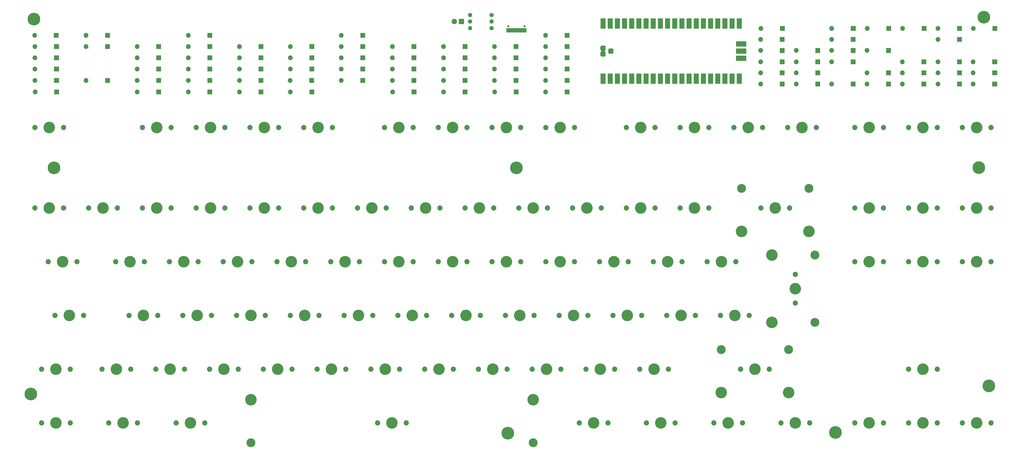
<source format=gts>
G04 #@! TF.GenerationSoftware,KiCad,Pcbnew,(5.1.10)-1*
G04 #@! TF.CreationDate,2021-10-25T12:05:38+01:00*
G04 #@! TF.ProjectId,ENV_KB_RGB,454e565f-4b42-45f5-9247-422e6b696361,Rev.1*
G04 #@! TF.SameCoordinates,Original*
G04 #@! TF.FileFunction,Soldermask,Top*
G04 #@! TF.FilePolarity,Negative*
%FSLAX46Y46*%
G04 Gerber Fmt 4.6, Leading zero omitted, Abs format (unit mm)*
G04 Created by KiCad (PCBNEW (5.1.10)-1) date 2021-10-25 12:05:38*
%MOMM*%
%LPD*%
G01*
G04 APERTURE LIST*
%ADD10C,1.852000*%
%ADD11C,4.089800*%
%ADD12C,0.752000*%
%ADD13O,1.802000X1.802000*%
%ADD14O,1.502000X1.502000*%
%ADD15C,1.502000*%
%ADD16C,3.150000*%
%ADD17C,1.902000*%
%ADD18C,4.502000*%
%ADD19O,1.702000X1.702000*%
%ADD20C,0.150000*%
G04 APERTURE END LIST*
D10*
X380417500Y-206560000D03*
X370257500Y-206560000D03*
D11*
X375337500Y-206560000D03*
D10*
X361367500Y-206560000D03*
X351207500Y-206560000D03*
D11*
X356287500Y-206560000D03*
D10*
X342317500Y-206560000D03*
X332157500Y-206560000D03*
D11*
X337237500Y-206560000D03*
D10*
X316123750Y-206560000D03*
X305963750Y-206560000D03*
D11*
X311043750Y-206560000D03*
D10*
X292311250Y-206560000D03*
X282151250Y-206560000D03*
D11*
X287231250Y-206560000D03*
D10*
X268498750Y-206560000D03*
X258338750Y-206560000D03*
D11*
X263418750Y-206560000D03*
D10*
X244686250Y-206560000D03*
X234526250Y-206560000D03*
D11*
X239606250Y-206560000D03*
D10*
X173248750Y-206560000D03*
X163088750Y-206560000D03*
D11*
X168168750Y-206560000D03*
D10*
X101811250Y-206560000D03*
X91651250Y-206560000D03*
D11*
X96731250Y-206560000D03*
D10*
X77998750Y-206560000D03*
X67838750Y-206560000D03*
D11*
X72918750Y-206560000D03*
D10*
X54186250Y-206560000D03*
X44026250Y-206560000D03*
D11*
X49106250Y-206560000D03*
D10*
X361367500Y-187510000D03*
X351207500Y-187510000D03*
D11*
X356287500Y-187510000D03*
D10*
X301836250Y-187510000D03*
X291676250Y-187510000D03*
D11*
X296756250Y-187510000D03*
D10*
X266117500Y-187510000D03*
X255957500Y-187510000D03*
D11*
X261037500Y-187510000D03*
D10*
X247067500Y-187510000D03*
X236907500Y-187510000D03*
D11*
X241987500Y-187510000D03*
D10*
X228017500Y-187510000D03*
X217857500Y-187510000D03*
D11*
X222937500Y-187510000D03*
D10*
X208967500Y-187510000D03*
X198807500Y-187510000D03*
D11*
X203887500Y-187510000D03*
D10*
X189917500Y-187510000D03*
X179757500Y-187510000D03*
D11*
X184837500Y-187510000D03*
D10*
X170867500Y-187510000D03*
X160707500Y-187510000D03*
D11*
X165787500Y-187510000D03*
D10*
X151817500Y-187510000D03*
X141657500Y-187510000D03*
D11*
X146737500Y-187510000D03*
D10*
X132767500Y-187510000D03*
X122607500Y-187510000D03*
D11*
X127687500Y-187510000D03*
D10*
X113717500Y-187510000D03*
X103557500Y-187510000D03*
D11*
X108637500Y-187510000D03*
D10*
X94667500Y-187510000D03*
X84507500Y-187510000D03*
D11*
X89587500Y-187510000D03*
D10*
X75617500Y-187510000D03*
X65457500Y-187510000D03*
D11*
X70537500Y-187510000D03*
D10*
X54186250Y-187510000D03*
X44026250Y-187510000D03*
D11*
X49106250Y-187510000D03*
D10*
X311025000Y-164015000D03*
X311025000Y-153855000D03*
D11*
X311025000Y-158935000D03*
D10*
X294692500Y-168460000D03*
X284532500Y-168460000D03*
D11*
X289612500Y-168460000D03*
D10*
X275642500Y-168460000D03*
X265482500Y-168460000D03*
D11*
X270562500Y-168460000D03*
D10*
X256592500Y-168460000D03*
X246432500Y-168460000D03*
D11*
X251512500Y-168460000D03*
D10*
X237542500Y-168460000D03*
X227382500Y-168460000D03*
D11*
X232462500Y-168460000D03*
D10*
X218492500Y-168460000D03*
X208332500Y-168460000D03*
D11*
X213412500Y-168460000D03*
D10*
X199442500Y-168460000D03*
X189282500Y-168460000D03*
D11*
X194362500Y-168460000D03*
D10*
X180392500Y-168460000D03*
X170232500Y-168460000D03*
D11*
X175312500Y-168460000D03*
D10*
X161342500Y-168460000D03*
X151182500Y-168460000D03*
D11*
X156262500Y-168460000D03*
D10*
X142292500Y-168460000D03*
X132132500Y-168460000D03*
D11*
X137212500Y-168460000D03*
D10*
X123242500Y-168460000D03*
X113082500Y-168460000D03*
D11*
X118162500Y-168460000D03*
D10*
X104192500Y-168460000D03*
X94032500Y-168460000D03*
D11*
X99112500Y-168460000D03*
D10*
X85142500Y-168460000D03*
X74982500Y-168460000D03*
D11*
X80062500Y-168460000D03*
D10*
X58948750Y-168460000D03*
X48788750Y-168460000D03*
D11*
X53868750Y-168460000D03*
D10*
X380417500Y-149410000D03*
X370257500Y-149410000D03*
D11*
X375337500Y-149410000D03*
D10*
X361367500Y-149410000D03*
X351207500Y-149410000D03*
D11*
X356287500Y-149410000D03*
D10*
X342317500Y-149410000D03*
X332157500Y-149410000D03*
D11*
X337237500Y-149410000D03*
D10*
X289930000Y-149410000D03*
X279770000Y-149410000D03*
D11*
X284850000Y-149410000D03*
D10*
X270880000Y-149410000D03*
X260720000Y-149410000D03*
D11*
X265800000Y-149410000D03*
D10*
X251830000Y-149410000D03*
X241670000Y-149410000D03*
D11*
X246750000Y-149410000D03*
D10*
X232780000Y-149410000D03*
X222620000Y-149410000D03*
D11*
X227700000Y-149410000D03*
D10*
X213730000Y-149410000D03*
X203570000Y-149410000D03*
D11*
X208650000Y-149410000D03*
D10*
X194680000Y-149410000D03*
X184520000Y-149410000D03*
D11*
X189600000Y-149410000D03*
D10*
X175630000Y-149410000D03*
X165470000Y-149410000D03*
D11*
X170550000Y-149410000D03*
D10*
X156580000Y-149410000D03*
X146420000Y-149410000D03*
D11*
X151500000Y-149410000D03*
D10*
X137530000Y-149410000D03*
X127370000Y-149410000D03*
D11*
X132450000Y-149410000D03*
D10*
X118480000Y-149410000D03*
X108320000Y-149410000D03*
D11*
X113400000Y-149410000D03*
D10*
X99430000Y-149410000D03*
X89270000Y-149410000D03*
D11*
X94350000Y-149410000D03*
D10*
X80380000Y-149410000D03*
X70220000Y-149410000D03*
D11*
X75300000Y-149410000D03*
D10*
X56567500Y-149410000D03*
X46407500Y-149410000D03*
D11*
X51487500Y-149410000D03*
D10*
X380417500Y-130360000D03*
X370257500Y-130360000D03*
D11*
X375337500Y-130360000D03*
D10*
X361367500Y-130360000D03*
X351207500Y-130360000D03*
D11*
X356287500Y-130360000D03*
D10*
X342317500Y-130360000D03*
X332157500Y-130360000D03*
D11*
X337237500Y-130360000D03*
D10*
X308980000Y-130360000D03*
X298820000Y-130360000D03*
D11*
X303900000Y-130360000D03*
D10*
X280405000Y-130360000D03*
X270245000Y-130360000D03*
D11*
X275325000Y-130360000D03*
D10*
X261355000Y-130360000D03*
X251195000Y-130360000D03*
D11*
X256275000Y-130360000D03*
D10*
X242305000Y-130360000D03*
X232145000Y-130360000D03*
D11*
X237225000Y-130360000D03*
D10*
X223255000Y-130360000D03*
X213095000Y-130360000D03*
D11*
X218175000Y-130360000D03*
D10*
X204205000Y-130360000D03*
X194045000Y-130360000D03*
D11*
X199125000Y-130360000D03*
D10*
X185155000Y-130360000D03*
X174995000Y-130360000D03*
D11*
X180075000Y-130360000D03*
D10*
X166105000Y-130360000D03*
X155945000Y-130360000D03*
D11*
X161025000Y-130360000D03*
D10*
X147055000Y-130360000D03*
X136895000Y-130360000D03*
D11*
X141975000Y-130360000D03*
D10*
X128005000Y-130360000D03*
X117845000Y-130360000D03*
D11*
X122925000Y-130360000D03*
D10*
X108955000Y-130360000D03*
X98795000Y-130360000D03*
D11*
X103875000Y-130360000D03*
D10*
X89905000Y-130360000D03*
X79745000Y-130360000D03*
D11*
X84825000Y-130360000D03*
D10*
X70855000Y-130360000D03*
X60695000Y-130360000D03*
D11*
X65775000Y-130360000D03*
D10*
X51805000Y-130360000D03*
X41645000Y-130360000D03*
D11*
X46725000Y-130360000D03*
D10*
X380417500Y-101785000D03*
X370257500Y-101785000D03*
D11*
X375337500Y-101785000D03*
D10*
X361367500Y-101785000D03*
X351207500Y-101785000D03*
D11*
X356287500Y-101785000D03*
D10*
X342317500Y-101785000D03*
X332157500Y-101785000D03*
D11*
X337237500Y-101785000D03*
D10*
X318505000Y-101785000D03*
X308345000Y-101785000D03*
D11*
X313425000Y-101785000D03*
D10*
X299455000Y-101785000D03*
X289295000Y-101785000D03*
D11*
X294375000Y-101785000D03*
D10*
X280405000Y-101785000D03*
X270245000Y-101785000D03*
D11*
X275325000Y-101785000D03*
D10*
X261355000Y-101785000D03*
X251195000Y-101785000D03*
D11*
X256275000Y-101785000D03*
D10*
X232780000Y-101785000D03*
X222620000Y-101785000D03*
D11*
X227700000Y-101785000D03*
D10*
X213730000Y-101785000D03*
X203570000Y-101785000D03*
D11*
X208650000Y-101785000D03*
D10*
X194680000Y-101785000D03*
X184520000Y-101785000D03*
D11*
X189600000Y-101785000D03*
D10*
X175630000Y-101785000D03*
X165470000Y-101785000D03*
D11*
X170550000Y-101785000D03*
D10*
X147055000Y-101785000D03*
X136895000Y-101785000D03*
D11*
X141975000Y-101785000D03*
D10*
X128005000Y-101785000D03*
X117845000Y-101785000D03*
D11*
X122925000Y-101785000D03*
D10*
X108955000Y-101785000D03*
X98795000Y-101785000D03*
D11*
X103875000Y-101785000D03*
D10*
X89905000Y-101785000D03*
X79745000Y-101785000D03*
D11*
X84825000Y-101785000D03*
D10*
X51805000Y-101785000D03*
X41645000Y-101785000D03*
D11*
X46725000Y-101785000D03*
G36*
G01*
X209351000Y-66605000D02*
X209351000Y-68055000D01*
G75*
G02*
X209300000Y-68106000I-51000J0D01*
G01*
X208700000Y-68106000D01*
G75*
G02*
X208649000Y-68055000I0J51000D01*
G01*
X208649000Y-66605000D01*
G75*
G02*
X208700000Y-66554000I51000J0D01*
G01*
X209300000Y-66554000D01*
G75*
G02*
X209351000Y-66605000I0J-51000D01*
G01*
G37*
G36*
G01*
X215801000Y-66605000D02*
X215801000Y-68055000D01*
G75*
G02*
X215750000Y-68106000I-51000J0D01*
G01*
X215150000Y-68106000D01*
G75*
G02*
X215099000Y-68055000I0J51000D01*
G01*
X215099000Y-66605000D01*
G75*
G02*
X215150000Y-66554000I51000J0D01*
G01*
X215750000Y-66554000D01*
G75*
G02*
X215801000Y-66605000I0J-51000D01*
G01*
G37*
G36*
G01*
X210126000Y-66605000D02*
X210126000Y-68055000D01*
G75*
G02*
X210075000Y-68106000I-51000J0D01*
G01*
X209475000Y-68106000D01*
G75*
G02*
X209424000Y-68055000I0J51000D01*
G01*
X209424000Y-66605000D01*
G75*
G02*
X209475000Y-66554000I51000J0D01*
G01*
X210075000Y-66554000D01*
G75*
G02*
X210126000Y-66605000I0J-51000D01*
G01*
G37*
G36*
G01*
X215026000Y-66605000D02*
X215026000Y-68055000D01*
G75*
G02*
X214975000Y-68106000I-51000J0D01*
G01*
X214375000Y-68106000D01*
G75*
G02*
X214324000Y-68055000I0J51000D01*
G01*
X214324000Y-66605000D01*
G75*
G02*
X214375000Y-66554000I51000J0D01*
G01*
X214975000Y-66554000D01*
G75*
G02*
X215026000Y-66605000I0J-51000D01*
G01*
G37*
G36*
G01*
X214176000Y-66605000D02*
X214176000Y-68055000D01*
G75*
G02*
X214125000Y-68106000I-51000J0D01*
G01*
X213825000Y-68106000D01*
G75*
G02*
X213774000Y-68055000I0J51000D01*
G01*
X213774000Y-66605000D01*
G75*
G02*
X213825000Y-66554000I51000J0D01*
G01*
X214125000Y-66554000D01*
G75*
G02*
X214176000Y-66605000I0J-51000D01*
G01*
G37*
G36*
G01*
X210676000Y-66605000D02*
X210676000Y-68055000D01*
G75*
G02*
X210625000Y-68106000I-51000J0D01*
G01*
X210325000Y-68106000D01*
G75*
G02*
X210274000Y-68055000I0J51000D01*
G01*
X210274000Y-66605000D01*
G75*
G02*
X210325000Y-66554000I51000J0D01*
G01*
X210625000Y-66554000D01*
G75*
G02*
X210676000Y-66605000I0J-51000D01*
G01*
G37*
G36*
G01*
X213676000Y-66605000D02*
X213676000Y-68055000D01*
G75*
G02*
X213625000Y-68106000I-51000J0D01*
G01*
X213325000Y-68106000D01*
G75*
G02*
X213274000Y-68055000I0J51000D01*
G01*
X213274000Y-66605000D01*
G75*
G02*
X213325000Y-66554000I51000J0D01*
G01*
X213625000Y-66554000D01*
G75*
G02*
X213676000Y-66605000I0J-51000D01*
G01*
G37*
G36*
G01*
X211176000Y-66605000D02*
X211176000Y-68055000D01*
G75*
G02*
X211125000Y-68106000I-51000J0D01*
G01*
X210825000Y-68106000D01*
G75*
G02*
X210774000Y-68055000I0J51000D01*
G01*
X210774000Y-66605000D01*
G75*
G02*
X210825000Y-66554000I51000J0D01*
G01*
X211125000Y-66554000D01*
G75*
G02*
X211176000Y-66605000I0J-51000D01*
G01*
G37*
G36*
G01*
X213176000Y-66605000D02*
X213176000Y-68055000D01*
G75*
G02*
X213125000Y-68106000I-51000J0D01*
G01*
X212825000Y-68106000D01*
G75*
G02*
X212774000Y-68055000I0J51000D01*
G01*
X212774000Y-66605000D01*
G75*
G02*
X212825000Y-66554000I51000J0D01*
G01*
X213125000Y-66554000D01*
G75*
G02*
X213176000Y-66605000I0J-51000D01*
G01*
G37*
G36*
G01*
X211676000Y-66605000D02*
X211676000Y-68055000D01*
G75*
G02*
X211625000Y-68106000I-51000J0D01*
G01*
X211325000Y-68106000D01*
G75*
G02*
X211274000Y-68055000I0J51000D01*
G01*
X211274000Y-66605000D01*
G75*
G02*
X211325000Y-66554000I51000J0D01*
G01*
X211625000Y-66554000D01*
G75*
G02*
X211676000Y-66605000I0J-51000D01*
G01*
G37*
G36*
G01*
X212176000Y-66605000D02*
X212176000Y-68055000D01*
G75*
G02*
X212125000Y-68106000I-51000J0D01*
G01*
X211825000Y-68106000D01*
G75*
G02*
X211774000Y-68055000I0J51000D01*
G01*
X211774000Y-66605000D01*
G75*
G02*
X211825000Y-66554000I51000J0D01*
G01*
X212125000Y-66554000D01*
G75*
G02*
X212176000Y-66605000I0J-51000D01*
G01*
G37*
G36*
G01*
X212676000Y-66605000D02*
X212676000Y-68055000D01*
G75*
G02*
X212625000Y-68106000I-51000J0D01*
G01*
X212325000Y-68106000D01*
G75*
G02*
X212274000Y-68055000I0J51000D01*
G01*
X212274000Y-66605000D01*
G75*
G02*
X212325000Y-66554000I51000J0D01*
G01*
X212625000Y-66554000D01*
G75*
G02*
X212676000Y-66605000I0J-51000D01*
G01*
G37*
D12*
X209335000Y-65885000D03*
X215115000Y-65885000D03*
D13*
X290950000Y-72170000D03*
G36*
G01*
X293651000Y-71320000D02*
X293651000Y-73020000D01*
G75*
G02*
X293600000Y-73071000I-51000J0D01*
G01*
X290100000Y-73071000D01*
G75*
G02*
X290049000Y-73020000I0J51000D01*
G01*
X290049000Y-71320000D01*
G75*
G02*
X290100000Y-71269000I51000J0D01*
G01*
X293600000Y-71269000D01*
G75*
G02*
X293651000Y-71320000I0J-51000D01*
G01*
G37*
G36*
G01*
X291800000Y-75611000D02*
X290100000Y-75611000D01*
G75*
G02*
X290049000Y-75560000I0J51000D01*
G01*
X290049000Y-73860000D01*
G75*
G02*
X290100000Y-73809000I51000J0D01*
G01*
X291800000Y-73809000D01*
G75*
G02*
X291851000Y-73860000I0J-51000D01*
G01*
X291851000Y-75560000D01*
G75*
G02*
X291800000Y-75611000I-51000J0D01*
G01*
G37*
G36*
G01*
X293651000Y-73860000D02*
X293651000Y-75560000D01*
G75*
G02*
X293600000Y-75611000I-51000J0D01*
G01*
X290100000Y-75611000D01*
G75*
G02*
X290049000Y-75560000I0J51000D01*
G01*
X290049000Y-73860000D01*
G75*
G02*
X290100000Y-73809000I51000J0D01*
G01*
X293600000Y-73809000D01*
G75*
G02*
X293651000Y-73860000I0J-51000D01*
G01*
G37*
X290950000Y-77250000D03*
G36*
G01*
X293651000Y-76400000D02*
X293651000Y-78100000D01*
G75*
G02*
X293600000Y-78151000I-51000J0D01*
G01*
X290100000Y-78151000D01*
G75*
G02*
X290049000Y-78100000I0J51000D01*
G01*
X290049000Y-76400000D01*
G75*
G02*
X290100000Y-76349000I51000J0D01*
G01*
X293600000Y-76349000D01*
G75*
G02*
X293651000Y-76400000I0J-51000D01*
G01*
G37*
G36*
G01*
X292030000Y-66721000D02*
X290330000Y-66721000D01*
G75*
G02*
X290279000Y-66670000I0J51000D01*
G01*
X290279000Y-63170000D01*
G75*
G02*
X290330000Y-63119000I51000J0D01*
G01*
X292030000Y-63119000D01*
G75*
G02*
X292081000Y-63170000I0J-51000D01*
G01*
X292081000Y-66670000D01*
G75*
G02*
X292030000Y-66721000I-51000J0D01*
G01*
G37*
G36*
G01*
X289490000Y-66721000D02*
X287790000Y-66721000D01*
G75*
G02*
X287739000Y-66670000I0J51000D01*
G01*
X287739000Y-63170000D01*
G75*
G02*
X287790000Y-63119000I51000J0D01*
G01*
X289490000Y-63119000D01*
G75*
G02*
X289541000Y-63170000I0J-51000D01*
G01*
X289541000Y-66670000D01*
G75*
G02*
X289490000Y-66721000I-51000J0D01*
G01*
G37*
G36*
G01*
X286950000Y-66721000D02*
X285250000Y-66721000D01*
G75*
G02*
X285199000Y-66670000I0J51000D01*
G01*
X285199000Y-63170000D01*
G75*
G02*
X285250000Y-63119000I51000J0D01*
G01*
X286950000Y-63119000D01*
G75*
G02*
X287001000Y-63170000I0J-51000D01*
G01*
X287001000Y-66670000D01*
G75*
G02*
X286950000Y-66721000I-51000J0D01*
G01*
G37*
G36*
G01*
X284410000Y-66721000D02*
X282710000Y-66721000D01*
G75*
G02*
X282659000Y-66670000I0J51000D01*
G01*
X282659000Y-63170000D01*
G75*
G02*
X282710000Y-63119000I51000J0D01*
G01*
X284410000Y-63119000D01*
G75*
G02*
X284461000Y-63170000I0J-51000D01*
G01*
X284461000Y-66670000D01*
G75*
G02*
X284410000Y-66721000I-51000J0D01*
G01*
G37*
G36*
G01*
X281870000Y-66721000D02*
X280170000Y-66721000D01*
G75*
G02*
X280119000Y-66670000I0J51000D01*
G01*
X280119000Y-63170000D01*
G75*
G02*
X280170000Y-63119000I51000J0D01*
G01*
X281870000Y-63119000D01*
G75*
G02*
X281921000Y-63170000I0J-51000D01*
G01*
X281921000Y-66670000D01*
G75*
G02*
X281870000Y-66721000I-51000J0D01*
G01*
G37*
G36*
G01*
X279330000Y-66721000D02*
X277630000Y-66721000D01*
G75*
G02*
X277579000Y-66670000I0J51000D01*
G01*
X277579000Y-63170000D01*
G75*
G02*
X277630000Y-63119000I51000J0D01*
G01*
X279330000Y-63119000D01*
G75*
G02*
X279381000Y-63170000I0J-51000D01*
G01*
X279381000Y-66670000D01*
G75*
G02*
X279330000Y-66721000I-51000J0D01*
G01*
G37*
G36*
G01*
X276790000Y-66721000D02*
X275090000Y-66721000D01*
G75*
G02*
X275039000Y-66670000I0J51000D01*
G01*
X275039000Y-63170000D01*
G75*
G02*
X275090000Y-63119000I51000J0D01*
G01*
X276790000Y-63119000D01*
G75*
G02*
X276841000Y-63170000I0J-51000D01*
G01*
X276841000Y-66670000D01*
G75*
G02*
X276790000Y-66721000I-51000J0D01*
G01*
G37*
G36*
G01*
X274250000Y-66721000D02*
X272550000Y-66721000D01*
G75*
G02*
X272499000Y-66670000I0J51000D01*
G01*
X272499000Y-63170000D01*
G75*
G02*
X272550000Y-63119000I51000J0D01*
G01*
X274250000Y-63119000D01*
G75*
G02*
X274301000Y-63170000I0J-51000D01*
G01*
X274301000Y-66670000D01*
G75*
G02*
X274250000Y-66721000I-51000J0D01*
G01*
G37*
G36*
G01*
X271710000Y-66721000D02*
X270010000Y-66721000D01*
G75*
G02*
X269959000Y-66670000I0J51000D01*
G01*
X269959000Y-63170000D01*
G75*
G02*
X270010000Y-63119000I51000J0D01*
G01*
X271710000Y-63119000D01*
G75*
G02*
X271761000Y-63170000I0J-51000D01*
G01*
X271761000Y-66670000D01*
G75*
G02*
X271710000Y-66721000I-51000J0D01*
G01*
G37*
G36*
G01*
X269170000Y-66721000D02*
X267470000Y-66721000D01*
G75*
G02*
X267419000Y-66670000I0J51000D01*
G01*
X267419000Y-63170000D01*
G75*
G02*
X267470000Y-63119000I51000J0D01*
G01*
X269170000Y-63119000D01*
G75*
G02*
X269221000Y-63170000I0J-51000D01*
G01*
X269221000Y-66670000D01*
G75*
G02*
X269170000Y-66721000I-51000J0D01*
G01*
G37*
G36*
G01*
X266630000Y-66721000D02*
X264930000Y-66721000D01*
G75*
G02*
X264879000Y-66670000I0J51000D01*
G01*
X264879000Y-63170000D01*
G75*
G02*
X264930000Y-63119000I51000J0D01*
G01*
X266630000Y-63119000D01*
G75*
G02*
X266681000Y-63170000I0J-51000D01*
G01*
X266681000Y-66670000D01*
G75*
G02*
X266630000Y-66721000I-51000J0D01*
G01*
G37*
G36*
G01*
X264090000Y-66721000D02*
X262390000Y-66721000D01*
G75*
G02*
X262339000Y-66670000I0J51000D01*
G01*
X262339000Y-63170000D01*
G75*
G02*
X262390000Y-63119000I51000J0D01*
G01*
X264090000Y-63119000D01*
G75*
G02*
X264141000Y-63170000I0J-51000D01*
G01*
X264141000Y-66670000D01*
G75*
G02*
X264090000Y-66721000I-51000J0D01*
G01*
G37*
G36*
G01*
X261550000Y-66721000D02*
X259850000Y-66721000D01*
G75*
G02*
X259799000Y-66670000I0J51000D01*
G01*
X259799000Y-63170000D01*
G75*
G02*
X259850000Y-63119000I51000J0D01*
G01*
X261550000Y-63119000D01*
G75*
G02*
X261601000Y-63170000I0J-51000D01*
G01*
X261601000Y-66670000D01*
G75*
G02*
X261550000Y-66721000I-51000J0D01*
G01*
G37*
G36*
G01*
X259010000Y-66721000D02*
X257310000Y-66721000D01*
G75*
G02*
X257259000Y-66670000I0J51000D01*
G01*
X257259000Y-63170000D01*
G75*
G02*
X257310000Y-63119000I51000J0D01*
G01*
X259010000Y-63119000D01*
G75*
G02*
X259061000Y-63170000I0J-51000D01*
G01*
X259061000Y-66670000D01*
G75*
G02*
X259010000Y-66721000I-51000J0D01*
G01*
G37*
G36*
G01*
X256470000Y-66721000D02*
X254770000Y-66721000D01*
G75*
G02*
X254719000Y-66670000I0J51000D01*
G01*
X254719000Y-63170000D01*
G75*
G02*
X254770000Y-63119000I51000J0D01*
G01*
X256470000Y-63119000D01*
G75*
G02*
X256521000Y-63170000I0J-51000D01*
G01*
X256521000Y-66670000D01*
G75*
G02*
X256470000Y-66721000I-51000J0D01*
G01*
G37*
G36*
G01*
X253930000Y-66721000D02*
X252230000Y-66721000D01*
G75*
G02*
X252179000Y-66670000I0J51000D01*
G01*
X252179000Y-63170000D01*
G75*
G02*
X252230000Y-63119000I51000J0D01*
G01*
X253930000Y-63119000D01*
G75*
G02*
X253981000Y-63170000I0J-51000D01*
G01*
X253981000Y-66670000D01*
G75*
G02*
X253930000Y-66721000I-51000J0D01*
G01*
G37*
G36*
G01*
X251390000Y-66721000D02*
X249690000Y-66721000D01*
G75*
G02*
X249639000Y-66670000I0J51000D01*
G01*
X249639000Y-63170000D01*
G75*
G02*
X249690000Y-63119000I51000J0D01*
G01*
X251390000Y-63119000D01*
G75*
G02*
X251441000Y-63170000I0J-51000D01*
G01*
X251441000Y-66670000D01*
G75*
G02*
X251390000Y-66721000I-51000J0D01*
G01*
G37*
G36*
G01*
X248850000Y-66721000D02*
X247150000Y-66721000D01*
G75*
G02*
X247099000Y-66670000I0J51000D01*
G01*
X247099000Y-63170000D01*
G75*
G02*
X247150000Y-63119000I51000J0D01*
G01*
X248850000Y-63119000D01*
G75*
G02*
X248901000Y-63170000I0J-51000D01*
G01*
X248901000Y-66670000D01*
G75*
G02*
X248850000Y-66721000I-51000J0D01*
G01*
G37*
G36*
G01*
X246310000Y-66721000D02*
X244610000Y-66721000D01*
G75*
G02*
X244559000Y-66670000I0J51000D01*
G01*
X244559000Y-63170000D01*
G75*
G02*
X244610000Y-63119000I51000J0D01*
G01*
X246310000Y-63119000D01*
G75*
G02*
X246361000Y-63170000I0J-51000D01*
G01*
X246361000Y-66670000D01*
G75*
G02*
X246310000Y-66721000I-51000J0D01*
G01*
G37*
G36*
G01*
X243770000Y-66721000D02*
X242070000Y-66721000D01*
G75*
G02*
X242019000Y-66670000I0J51000D01*
G01*
X242019000Y-63170000D01*
G75*
G02*
X242070000Y-63119000I51000J0D01*
G01*
X243770000Y-63119000D01*
G75*
G02*
X243821000Y-63170000I0J-51000D01*
G01*
X243821000Y-66670000D01*
G75*
G02*
X243770000Y-66721000I-51000J0D01*
G01*
G37*
G36*
G01*
X292030000Y-86301000D02*
X290330000Y-86301000D01*
G75*
G02*
X290279000Y-86250000I0J51000D01*
G01*
X290279000Y-82750000D01*
G75*
G02*
X290330000Y-82699000I51000J0D01*
G01*
X292030000Y-82699000D01*
G75*
G02*
X292081000Y-82750000I0J-51000D01*
G01*
X292081000Y-86250000D01*
G75*
G02*
X292030000Y-86301000I-51000J0D01*
G01*
G37*
G36*
G01*
X289490000Y-86301000D02*
X287790000Y-86301000D01*
G75*
G02*
X287739000Y-86250000I0J51000D01*
G01*
X287739000Y-82750000D01*
G75*
G02*
X287790000Y-82699000I51000J0D01*
G01*
X289490000Y-82699000D01*
G75*
G02*
X289541000Y-82750000I0J-51000D01*
G01*
X289541000Y-86250000D01*
G75*
G02*
X289490000Y-86301000I-51000J0D01*
G01*
G37*
G36*
G01*
X286950000Y-86301000D02*
X285250000Y-86301000D01*
G75*
G02*
X285199000Y-86250000I0J51000D01*
G01*
X285199000Y-82750000D01*
G75*
G02*
X285250000Y-82699000I51000J0D01*
G01*
X286950000Y-82699000D01*
G75*
G02*
X287001000Y-82750000I0J-51000D01*
G01*
X287001000Y-86250000D01*
G75*
G02*
X286950000Y-86301000I-51000J0D01*
G01*
G37*
G36*
G01*
X284410000Y-86301000D02*
X282710000Y-86301000D01*
G75*
G02*
X282659000Y-86250000I0J51000D01*
G01*
X282659000Y-82750000D01*
G75*
G02*
X282710000Y-82699000I51000J0D01*
G01*
X284410000Y-82699000D01*
G75*
G02*
X284461000Y-82750000I0J-51000D01*
G01*
X284461000Y-86250000D01*
G75*
G02*
X284410000Y-86301000I-51000J0D01*
G01*
G37*
G36*
G01*
X281870000Y-86301000D02*
X280170000Y-86301000D01*
G75*
G02*
X280119000Y-86250000I0J51000D01*
G01*
X280119000Y-82750000D01*
G75*
G02*
X280170000Y-82699000I51000J0D01*
G01*
X281870000Y-82699000D01*
G75*
G02*
X281921000Y-82750000I0J-51000D01*
G01*
X281921000Y-86250000D01*
G75*
G02*
X281870000Y-86301000I-51000J0D01*
G01*
G37*
G36*
G01*
X279330000Y-86301000D02*
X277630000Y-86301000D01*
G75*
G02*
X277579000Y-86250000I0J51000D01*
G01*
X277579000Y-82750000D01*
G75*
G02*
X277630000Y-82699000I51000J0D01*
G01*
X279330000Y-82699000D01*
G75*
G02*
X279381000Y-82750000I0J-51000D01*
G01*
X279381000Y-86250000D01*
G75*
G02*
X279330000Y-86301000I-51000J0D01*
G01*
G37*
G36*
G01*
X276790000Y-86301000D02*
X275090000Y-86301000D01*
G75*
G02*
X275039000Y-86250000I0J51000D01*
G01*
X275039000Y-82750000D01*
G75*
G02*
X275090000Y-82699000I51000J0D01*
G01*
X276790000Y-82699000D01*
G75*
G02*
X276841000Y-82750000I0J-51000D01*
G01*
X276841000Y-86250000D01*
G75*
G02*
X276790000Y-86301000I-51000J0D01*
G01*
G37*
G36*
G01*
X274250000Y-86301000D02*
X272550000Y-86301000D01*
G75*
G02*
X272499000Y-86250000I0J51000D01*
G01*
X272499000Y-82750000D01*
G75*
G02*
X272550000Y-82699000I51000J0D01*
G01*
X274250000Y-82699000D01*
G75*
G02*
X274301000Y-82750000I0J-51000D01*
G01*
X274301000Y-86250000D01*
G75*
G02*
X274250000Y-86301000I-51000J0D01*
G01*
G37*
G36*
G01*
X271710000Y-86301000D02*
X270010000Y-86301000D01*
G75*
G02*
X269959000Y-86250000I0J51000D01*
G01*
X269959000Y-82750000D01*
G75*
G02*
X270010000Y-82699000I51000J0D01*
G01*
X271710000Y-82699000D01*
G75*
G02*
X271761000Y-82750000I0J-51000D01*
G01*
X271761000Y-86250000D01*
G75*
G02*
X271710000Y-86301000I-51000J0D01*
G01*
G37*
G36*
G01*
X269170000Y-86301000D02*
X267470000Y-86301000D01*
G75*
G02*
X267419000Y-86250000I0J51000D01*
G01*
X267419000Y-82750000D01*
G75*
G02*
X267470000Y-82699000I51000J0D01*
G01*
X269170000Y-82699000D01*
G75*
G02*
X269221000Y-82750000I0J-51000D01*
G01*
X269221000Y-86250000D01*
G75*
G02*
X269170000Y-86301000I-51000J0D01*
G01*
G37*
G36*
G01*
X266630000Y-86301000D02*
X264930000Y-86301000D01*
G75*
G02*
X264879000Y-86250000I0J51000D01*
G01*
X264879000Y-82750000D01*
G75*
G02*
X264930000Y-82699000I51000J0D01*
G01*
X266630000Y-82699000D01*
G75*
G02*
X266681000Y-82750000I0J-51000D01*
G01*
X266681000Y-86250000D01*
G75*
G02*
X266630000Y-86301000I-51000J0D01*
G01*
G37*
G36*
G01*
X264090000Y-86301000D02*
X262390000Y-86301000D01*
G75*
G02*
X262339000Y-86250000I0J51000D01*
G01*
X262339000Y-82750000D01*
G75*
G02*
X262390000Y-82699000I51000J0D01*
G01*
X264090000Y-82699000D01*
G75*
G02*
X264141000Y-82750000I0J-51000D01*
G01*
X264141000Y-86250000D01*
G75*
G02*
X264090000Y-86301000I-51000J0D01*
G01*
G37*
G36*
G01*
X261550000Y-86301000D02*
X259850000Y-86301000D01*
G75*
G02*
X259799000Y-86250000I0J51000D01*
G01*
X259799000Y-82750000D01*
G75*
G02*
X259850000Y-82699000I51000J0D01*
G01*
X261550000Y-82699000D01*
G75*
G02*
X261601000Y-82750000I0J-51000D01*
G01*
X261601000Y-86250000D01*
G75*
G02*
X261550000Y-86301000I-51000J0D01*
G01*
G37*
G36*
G01*
X259010000Y-86301000D02*
X257310000Y-86301000D01*
G75*
G02*
X257259000Y-86250000I0J51000D01*
G01*
X257259000Y-82750000D01*
G75*
G02*
X257310000Y-82699000I51000J0D01*
G01*
X259010000Y-82699000D01*
G75*
G02*
X259061000Y-82750000I0J-51000D01*
G01*
X259061000Y-86250000D01*
G75*
G02*
X259010000Y-86301000I-51000J0D01*
G01*
G37*
G36*
G01*
X256470000Y-86301000D02*
X254770000Y-86301000D01*
G75*
G02*
X254719000Y-86250000I0J51000D01*
G01*
X254719000Y-82750000D01*
G75*
G02*
X254770000Y-82699000I51000J0D01*
G01*
X256470000Y-82699000D01*
G75*
G02*
X256521000Y-82750000I0J-51000D01*
G01*
X256521000Y-86250000D01*
G75*
G02*
X256470000Y-86301000I-51000J0D01*
G01*
G37*
G36*
G01*
X253930000Y-86301000D02*
X252230000Y-86301000D01*
G75*
G02*
X252179000Y-86250000I0J51000D01*
G01*
X252179000Y-82750000D01*
G75*
G02*
X252230000Y-82699000I51000J0D01*
G01*
X253930000Y-82699000D01*
G75*
G02*
X253981000Y-82750000I0J-51000D01*
G01*
X253981000Y-86250000D01*
G75*
G02*
X253930000Y-86301000I-51000J0D01*
G01*
G37*
G36*
G01*
X251390000Y-86301000D02*
X249690000Y-86301000D01*
G75*
G02*
X249639000Y-86250000I0J51000D01*
G01*
X249639000Y-82750000D01*
G75*
G02*
X249690000Y-82699000I51000J0D01*
G01*
X251390000Y-82699000D01*
G75*
G02*
X251441000Y-82750000I0J-51000D01*
G01*
X251441000Y-86250000D01*
G75*
G02*
X251390000Y-86301000I-51000J0D01*
G01*
G37*
G36*
G01*
X248850000Y-86301000D02*
X247150000Y-86301000D01*
G75*
G02*
X247099000Y-86250000I0J51000D01*
G01*
X247099000Y-82750000D01*
G75*
G02*
X247150000Y-82699000I51000J0D01*
G01*
X248850000Y-82699000D01*
G75*
G02*
X248901000Y-82750000I0J-51000D01*
G01*
X248901000Y-86250000D01*
G75*
G02*
X248850000Y-86301000I-51000J0D01*
G01*
G37*
G36*
G01*
X246310000Y-86301000D02*
X244610000Y-86301000D01*
G75*
G02*
X244559000Y-86250000I0J51000D01*
G01*
X244559000Y-82750000D01*
G75*
G02*
X244610000Y-82699000I51000J0D01*
G01*
X246310000Y-82699000D01*
G75*
G02*
X246361000Y-82750000I0J-51000D01*
G01*
X246361000Y-86250000D01*
G75*
G02*
X246310000Y-86301000I-51000J0D01*
G01*
G37*
G36*
G01*
X243770000Y-86301000D02*
X242070000Y-86301000D01*
G75*
G02*
X242019000Y-86250000I0J51000D01*
G01*
X242019000Y-82750000D01*
G75*
G02*
X242070000Y-82699000I51000J0D01*
G01*
X243770000Y-82699000D01*
G75*
G02*
X243821000Y-82750000I0J-51000D01*
G01*
X243821000Y-86250000D01*
G75*
G02*
X243770000Y-86301000I-51000J0D01*
G01*
G37*
X242920000Y-65820000D03*
X245460000Y-65820000D03*
G36*
G01*
X248850000Y-66721000D02*
X247150000Y-66721000D01*
G75*
G02*
X247099000Y-66670000I0J51000D01*
G01*
X247099000Y-64970000D01*
G75*
G02*
X247150000Y-64919000I51000J0D01*
G01*
X248850000Y-64919000D01*
G75*
G02*
X248901000Y-64970000I0J-51000D01*
G01*
X248901000Y-66670000D01*
G75*
G02*
X248850000Y-66721000I-51000J0D01*
G01*
G37*
X250540000Y-65820000D03*
X253080000Y-65820000D03*
X255620000Y-65820000D03*
X258160000Y-65820000D03*
G36*
G01*
X261550000Y-66721000D02*
X259850000Y-66721000D01*
G75*
G02*
X259799000Y-66670000I0J51000D01*
G01*
X259799000Y-64970000D01*
G75*
G02*
X259850000Y-64919000I51000J0D01*
G01*
X261550000Y-64919000D01*
G75*
G02*
X261601000Y-64970000I0J-51000D01*
G01*
X261601000Y-66670000D01*
G75*
G02*
X261550000Y-66721000I-51000J0D01*
G01*
G37*
X263240000Y-65820000D03*
X265780000Y-65820000D03*
X268320000Y-65820000D03*
X270860000Y-65820000D03*
G36*
G01*
X274250000Y-66721000D02*
X272550000Y-66721000D01*
G75*
G02*
X272499000Y-66670000I0J51000D01*
G01*
X272499000Y-64970000D01*
G75*
G02*
X272550000Y-64919000I51000J0D01*
G01*
X274250000Y-64919000D01*
G75*
G02*
X274301000Y-64970000I0J-51000D01*
G01*
X274301000Y-66670000D01*
G75*
G02*
X274250000Y-66721000I-51000J0D01*
G01*
G37*
X275940000Y-65820000D03*
X278480000Y-65820000D03*
X281020000Y-65820000D03*
X283560000Y-65820000D03*
G36*
G01*
X286950000Y-66721000D02*
X285250000Y-66721000D01*
G75*
G02*
X285199000Y-66670000I0J51000D01*
G01*
X285199000Y-64970000D01*
G75*
G02*
X285250000Y-64919000I51000J0D01*
G01*
X286950000Y-64919000D01*
G75*
G02*
X287001000Y-64970000I0J-51000D01*
G01*
X287001000Y-66670000D01*
G75*
G02*
X286950000Y-66721000I-51000J0D01*
G01*
G37*
X288640000Y-65820000D03*
X291180000Y-65820000D03*
X291180000Y-83600000D03*
X288640000Y-83600000D03*
G36*
G01*
X286950000Y-84501000D02*
X285250000Y-84501000D01*
G75*
G02*
X285199000Y-84450000I0J51000D01*
G01*
X285199000Y-82750000D01*
G75*
G02*
X285250000Y-82699000I51000J0D01*
G01*
X286950000Y-82699000D01*
G75*
G02*
X287001000Y-82750000I0J-51000D01*
G01*
X287001000Y-84450000D01*
G75*
G02*
X286950000Y-84501000I-51000J0D01*
G01*
G37*
X283560000Y-83600000D03*
X281020000Y-83600000D03*
X278480000Y-83600000D03*
X275940000Y-83600000D03*
G36*
G01*
X274250000Y-84501000D02*
X272550000Y-84501000D01*
G75*
G02*
X272499000Y-84450000I0J51000D01*
G01*
X272499000Y-82750000D01*
G75*
G02*
X272550000Y-82699000I51000J0D01*
G01*
X274250000Y-82699000D01*
G75*
G02*
X274301000Y-82750000I0J-51000D01*
G01*
X274301000Y-84450000D01*
G75*
G02*
X274250000Y-84501000I-51000J0D01*
G01*
G37*
X270860000Y-83600000D03*
X268320000Y-83600000D03*
X265780000Y-83600000D03*
X263240000Y-83600000D03*
G36*
G01*
X261550000Y-84501000D02*
X259850000Y-84501000D01*
G75*
G02*
X259799000Y-84450000I0J51000D01*
G01*
X259799000Y-82750000D01*
G75*
G02*
X259850000Y-82699000I51000J0D01*
G01*
X261550000Y-82699000D01*
G75*
G02*
X261601000Y-82750000I0J-51000D01*
G01*
X261601000Y-84450000D01*
G75*
G02*
X261550000Y-84501000I-51000J0D01*
G01*
G37*
X258160000Y-83600000D03*
X255620000Y-83600000D03*
X253080000Y-83600000D03*
X250540000Y-83600000D03*
G36*
G01*
X248850000Y-84501000D02*
X247150000Y-84501000D01*
G75*
G02*
X247099000Y-84450000I0J51000D01*
G01*
X247099000Y-82750000D01*
G75*
G02*
X247150000Y-82699000I51000J0D01*
G01*
X248850000Y-82699000D01*
G75*
G02*
X248901000Y-82750000I0J-51000D01*
G01*
X248901000Y-84450000D01*
G75*
G02*
X248850000Y-84501000I-51000J0D01*
G01*
G37*
X245460000Y-83600000D03*
X242920000Y-83600000D03*
G36*
G01*
X246163000Y-75636000D02*
X245237000Y-75636000D01*
G75*
G02*
X244774000Y-75173000I0J463000D01*
G01*
X244774000Y-74247000D01*
G75*
G02*
X245237000Y-73784000I463000J0D01*
G01*
X246163000Y-73784000D01*
G75*
G02*
X246626000Y-74247000I0J-463000D01*
G01*
X246626000Y-75173000D01*
G75*
G02*
X246163000Y-75636000I-463000J0D01*
G01*
G37*
G36*
G01*
X243388000Y-76652000D02*
X242462000Y-76652000D01*
G75*
G02*
X241999000Y-76189000I0J463000D01*
G01*
X241999000Y-75263000D01*
G75*
G02*
X242462000Y-74800000I463000J0D01*
G01*
X243388000Y-74800000D01*
G75*
G02*
X243851000Y-75263000I0J-463000D01*
G01*
X243851000Y-76189000D01*
G75*
G02*
X243388000Y-76652000I-463000J0D01*
G01*
G37*
G36*
G01*
X243388000Y-74620000D02*
X242462000Y-74620000D01*
G75*
G02*
X241999000Y-74157000I0J463000D01*
G01*
X241999000Y-73231000D01*
G75*
G02*
X242462000Y-72768000I463000J0D01*
G01*
X243388000Y-72768000D01*
G75*
G02*
X243851000Y-73231000I0J-463000D01*
G01*
X243851000Y-74157000D01*
G75*
G02*
X243388000Y-74620000I-463000J0D01*
G01*
G37*
D14*
X195817000Y-61905000D03*
D15*
X203437000Y-61905000D03*
D14*
X203437000Y-64230000D03*
D15*
X195817000Y-64230000D03*
D14*
X195817000Y-66555000D03*
D15*
X203437000Y-66555000D03*
D16*
X308694250Y-180525000D03*
X284818250Y-180525000D03*
D11*
X308694250Y-195765000D03*
X284818250Y-195765000D03*
D16*
X318010000Y-170873000D03*
X318010000Y-146997000D03*
D11*
X302770000Y-170873000D03*
X302770000Y-146997000D03*
D16*
X315838000Y-123375000D03*
X291962000Y-123375000D03*
D11*
X315838000Y-138615000D03*
X291962000Y-138615000D03*
X118168750Y-198305000D03*
X218168750Y-198305000D03*
D16*
X118168750Y-213545000D03*
X218168750Y-213545000D03*
D17*
X190239000Y-64232000D03*
G36*
G01*
X193730000Y-63332000D02*
X193730000Y-65132000D01*
G75*
G02*
X193679000Y-65183000I-51000J0D01*
G01*
X191879000Y-65183000D01*
G75*
G02*
X191828000Y-65132000I0J51000D01*
G01*
X191828000Y-63332000D01*
G75*
G02*
X191879000Y-63281000I51000J0D01*
G01*
X193679000Y-63281000D01*
G75*
G02*
X193730000Y-63332000I0J-51000D01*
G01*
G37*
D18*
X379667000Y-193405000D03*
X376075000Y-116060000D03*
X48375000Y-116085000D03*
X209225000Y-210185000D03*
X212225000Y-116085000D03*
X325267000Y-209905000D03*
X40167000Y-196305000D03*
X377867000Y-62705000D03*
X41267000Y-63405000D03*
D19*
X374155000Y-66685000D03*
G36*
G01*
X382626000Y-65885000D02*
X382626000Y-67485000D01*
G75*
G02*
X382575000Y-67536000I-51000J0D01*
G01*
X380975000Y-67536000D01*
G75*
G02*
X380924000Y-67485000I0J51000D01*
G01*
X380924000Y-65885000D01*
G75*
G02*
X380975000Y-65834000I51000J0D01*
G01*
X382575000Y-65834000D01*
G75*
G02*
X382626000Y-65885000I0J-51000D01*
G01*
G37*
X361605000Y-66685000D03*
G36*
G01*
X370076000Y-65885000D02*
X370076000Y-67485000D01*
G75*
G02*
X370025000Y-67536000I-51000J0D01*
G01*
X368425000Y-67536000D01*
G75*
G02*
X368374000Y-67485000I0J51000D01*
G01*
X368374000Y-65885000D01*
G75*
G02*
X368425000Y-65834000I51000J0D01*
G01*
X370025000Y-65834000D01*
G75*
G02*
X370076000Y-65885000I0J-51000D01*
G01*
G37*
X349055000Y-66685000D03*
G36*
G01*
X357526000Y-65885000D02*
X357526000Y-67485000D01*
G75*
G02*
X357475000Y-67536000I-51000J0D01*
G01*
X355875000Y-67536000D01*
G75*
G02*
X355824000Y-67485000I0J51000D01*
G01*
X355824000Y-65885000D01*
G75*
G02*
X355875000Y-65834000I51000J0D01*
G01*
X357475000Y-65834000D01*
G75*
G02*
X357526000Y-65885000I0J-51000D01*
G01*
G37*
X336505000Y-66685000D03*
G36*
G01*
X344976000Y-65885000D02*
X344976000Y-67485000D01*
G75*
G02*
X344925000Y-67536000I-51000J0D01*
G01*
X343325000Y-67536000D01*
G75*
G02*
X343274000Y-67485000I0J51000D01*
G01*
X343274000Y-65885000D01*
G75*
G02*
X343325000Y-65834000I51000J0D01*
G01*
X344925000Y-65834000D01*
G75*
G02*
X344976000Y-65885000I0J-51000D01*
G01*
G37*
X323955000Y-66685000D03*
G36*
G01*
X332426000Y-65885000D02*
X332426000Y-67485000D01*
G75*
G02*
X332375000Y-67536000I-51000J0D01*
G01*
X330775000Y-67536000D01*
G75*
G02*
X330724000Y-67485000I0J51000D01*
G01*
X330724000Y-65885000D01*
G75*
G02*
X330775000Y-65834000I51000J0D01*
G01*
X332375000Y-65834000D01*
G75*
G02*
X332426000Y-65885000I0J-51000D01*
G01*
G37*
X298855000Y-66685000D03*
G36*
G01*
X307326000Y-65885000D02*
X307326000Y-67485000D01*
G75*
G02*
X307275000Y-67536000I-51000J0D01*
G01*
X305675000Y-67536000D01*
G75*
G02*
X305624000Y-67485000I0J51000D01*
G01*
X305624000Y-65885000D01*
G75*
G02*
X305675000Y-65834000I51000J0D01*
G01*
X307275000Y-65834000D01*
G75*
G02*
X307326000Y-65885000I0J-51000D01*
G01*
G37*
X222580000Y-69100000D03*
G36*
G01*
X231051000Y-68300000D02*
X231051000Y-69900000D01*
G75*
G02*
X231000000Y-69951000I-51000J0D01*
G01*
X229400000Y-69951000D01*
G75*
G02*
X229349000Y-69900000I0J51000D01*
G01*
X229349000Y-68300000D01*
G75*
G02*
X229400000Y-68249000I51000J0D01*
G01*
X231000000Y-68249000D01*
G75*
G02*
X231051000Y-68300000I0J-51000D01*
G01*
G37*
X150180000Y-69100000D03*
G36*
G01*
X158651000Y-68300000D02*
X158651000Y-69900000D01*
G75*
G02*
X158600000Y-69951000I-51000J0D01*
G01*
X157000000Y-69951000D01*
G75*
G02*
X156949000Y-69900000I0J51000D01*
G01*
X156949000Y-68300000D01*
G75*
G02*
X157000000Y-68249000I51000J0D01*
G01*
X158600000Y-68249000D01*
G75*
G02*
X158651000Y-68300000I0J-51000D01*
G01*
G37*
X95980000Y-69100000D03*
G36*
G01*
X104451000Y-68300000D02*
X104451000Y-69900000D01*
G75*
G02*
X104400000Y-69951000I-51000J0D01*
G01*
X102800000Y-69951000D01*
G75*
G02*
X102749000Y-69900000I0J51000D01*
G01*
X102749000Y-68300000D01*
G75*
G02*
X102800000Y-68249000I51000J0D01*
G01*
X104400000Y-68249000D01*
G75*
G02*
X104451000Y-68300000I0J-51000D01*
G01*
G37*
X59780000Y-69100000D03*
G36*
G01*
X68251000Y-68300000D02*
X68251000Y-69900000D01*
G75*
G02*
X68200000Y-69951000I-51000J0D01*
G01*
X66600000Y-69951000D01*
G75*
G02*
X66549000Y-69900000I0J51000D01*
G01*
X66549000Y-68300000D01*
G75*
G02*
X66600000Y-68249000I51000J0D01*
G01*
X68200000Y-68249000D01*
G75*
G02*
X68251000Y-68300000I0J-51000D01*
G01*
G37*
X41580000Y-69100000D03*
G36*
G01*
X50051000Y-68300000D02*
X50051000Y-69900000D01*
G75*
G02*
X50000000Y-69951000I-51000J0D01*
G01*
X48400000Y-69951000D01*
G75*
G02*
X48349000Y-69900000I0J51000D01*
G01*
X48349000Y-68300000D01*
G75*
G02*
X48400000Y-68249000I51000J0D01*
G01*
X50000000Y-68249000D01*
G75*
G02*
X50051000Y-68300000I0J-51000D01*
G01*
G37*
X361580000Y-70600000D03*
G36*
G01*
X370051000Y-69800000D02*
X370051000Y-71400000D01*
G75*
G02*
X370000000Y-71451000I-51000J0D01*
G01*
X368400000Y-71451000D01*
G75*
G02*
X368349000Y-71400000I0J51000D01*
G01*
X368349000Y-69800000D01*
G75*
G02*
X368400000Y-69749000I51000J0D01*
G01*
X370000000Y-69749000D01*
G75*
G02*
X370051000Y-69800000I0J-51000D01*
G01*
G37*
X323880000Y-70600000D03*
G36*
G01*
X332351000Y-69800000D02*
X332351000Y-71400000D01*
G75*
G02*
X332300000Y-71451000I-51000J0D01*
G01*
X330700000Y-71451000D01*
G75*
G02*
X330649000Y-71400000I0J51000D01*
G01*
X330649000Y-69800000D01*
G75*
G02*
X330700000Y-69749000I51000J0D01*
G01*
X332300000Y-69749000D01*
G75*
G02*
X332351000Y-69800000I0J-51000D01*
G01*
G37*
X298780000Y-70600000D03*
G36*
G01*
X307251000Y-69800000D02*
X307251000Y-71400000D01*
G75*
G02*
X307200000Y-71451000I-51000J0D01*
G01*
X305600000Y-71451000D01*
G75*
G02*
X305549000Y-71400000I0J51000D01*
G01*
X305549000Y-69800000D01*
G75*
G02*
X305600000Y-69749000I51000J0D01*
G01*
X307200000Y-69749000D01*
G75*
G02*
X307251000Y-69800000I0J-51000D01*
G01*
G37*
X222580000Y-73100000D03*
G36*
G01*
X231051000Y-72300000D02*
X231051000Y-73900000D01*
G75*
G02*
X231000000Y-73951000I-51000J0D01*
G01*
X229400000Y-73951000D01*
G75*
G02*
X229349000Y-73900000I0J51000D01*
G01*
X229349000Y-72300000D01*
G75*
G02*
X229400000Y-72249000I51000J0D01*
G01*
X231000000Y-72249000D01*
G75*
G02*
X231051000Y-72300000I0J-51000D01*
G01*
G37*
X204480000Y-73100000D03*
G36*
G01*
X212951000Y-72300000D02*
X212951000Y-73900000D01*
G75*
G02*
X212900000Y-73951000I-51000J0D01*
G01*
X211300000Y-73951000D01*
G75*
G02*
X211249000Y-73900000I0J51000D01*
G01*
X211249000Y-72300000D01*
G75*
G02*
X211300000Y-72249000I51000J0D01*
G01*
X212900000Y-72249000D01*
G75*
G02*
X212951000Y-72300000I0J-51000D01*
G01*
G37*
X186380000Y-73100000D03*
G36*
G01*
X194851000Y-72300000D02*
X194851000Y-73900000D01*
G75*
G02*
X194800000Y-73951000I-51000J0D01*
G01*
X193200000Y-73951000D01*
G75*
G02*
X193149000Y-73900000I0J51000D01*
G01*
X193149000Y-72300000D01*
G75*
G02*
X193200000Y-72249000I51000J0D01*
G01*
X194800000Y-72249000D01*
G75*
G02*
X194851000Y-72300000I0J-51000D01*
G01*
G37*
X168280000Y-73100000D03*
G36*
G01*
X176751000Y-72300000D02*
X176751000Y-73900000D01*
G75*
G02*
X176700000Y-73951000I-51000J0D01*
G01*
X175100000Y-73951000D01*
G75*
G02*
X175049000Y-73900000I0J51000D01*
G01*
X175049000Y-72300000D01*
G75*
G02*
X175100000Y-72249000I51000J0D01*
G01*
X176700000Y-72249000D01*
G75*
G02*
X176751000Y-72300000I0J-51000D01*
G01*
G37*
X150180000Y-73100000D03*
G36*
G01*
X158651000Y-72300000D02*
X158651000Y-73900000D01*
G75*
G02*
X158600000Y-73951000I-51000J0D01*
G01*
X157000000Y-73951000D01*
G75*
G02*
X156949000Y-73900000I0J51000D01*
G01*
X156949000Y-72300000D01*
G75*
G02*
X157000000Y-72249000I51000J0D01*
G01*
X158600000Y-72249000D01*
G75*
G02*
X158651000Y-72300000I0J-51000D01*
G01*
G37*
X132180000Y-73100000D03*
G36*
G01*
X140651000Y-72300000D02*
X140651000Y-73900000D01*
G75*
G02*
X140600000Y-73951000I-51000J0D01*
G01*
X139000000Y-73951000D01*
G75*
G02*
X138949000Y-73900000I0J51000D01*
G01*
X138949000Y-72300000D01*
G75*
G02*
X139000000Y-72249000I51000J0D01*
G01*
X140600000Y-72249000D01*
G75*
G02*
X140651000Y-72300000I0J-51000D01*
G01*
G37*
X114080000Y-73100000D03*
G36*
G01*
X122551000Y-72300000D02*
X122551000Y-73900000D01*
G75*
G02*
X122500000Y-73951000I-51000J0D01*
G01*
X120900000Y-73951000D01*
G75*
G02*
X120849000Y-73900000I0J51000D01*
G01*
X120849000Y-72300000D01*
G75*
G02*
X120900000Y-72249000I51000J0D01*
G01*
X122500000Y-72249000D01*
G75*
G02*
X122551000Y-72300000I0J-51000D01*
G01*
G37*
X95980000Y-73100000D03*
G36*
G01*
X104451000Y-72300000D02*
X104451000Y-73900000D01*
G75*
G02*
X104400000Y-73951000I-51000J0D01*
G01*
X102800000Y-73951000D01*
G75*
G02*
X102749000Y-73900000I0J51000D01*
G01*
X102749000Y-72300000D01*
G75*
G02*
X102800000Y-72249000I51000J0D01*
G01*
X104400000Y-72249000D01*
G75*
G02*
X104451000Y-72300000I0J-51000D01*
G01*
G37*
X77880000Y-73100000D03*
G36*
G01*
X86351000Y-72300000D02*
X86351000Y-73900000D01*
G75*
G02*
X86300000Y-73951000I-51000J0D01*
G01*
X84700000Y-73951000D01*
G75*
G02*
X84649000Y-73900000I0J51000D01*
G01*
X84649000Y-72300000D01*
G75*
G02*
X84700000Y-72249000I51000J0D01*
G01*
X86300000Y-72249000D01*
G75*
G02*
X86351000Y-72300000I0J-51000D01*
G01*
G37*
X59780000Y-73100000D03*
G36*
G01*
X68251000Y-72300000D02*
X68251000Y-73900000D01*
G75*
G02*
X68200000Y-73951000I-51000J0D01*
G01*
X66600000Y-73951000D01*
G75*
G02*
X66549000Y-73900000I0J51000D01*
G01*
X66549000Y-72300000D01*
G75*
G02*
X66600000Y-72249000I51000J0D01*
G01*
X68200000Y-72249000D01*
G75*
G02*
X68251000Y-72300000I0J-51000D01*
G01*
G37*
X41680000Y-73100000D03*
G36*
G01*
X50151000Y-72300000D02*
X50151000Y-73900000D01*
G75*
G02*
X50100000Y-73951000I-51000J0D01*
G01*
X48500000Y-73951000D01*
G75*
G02*
X48449000Y-73900000I0J51000D01*
G01*
X48449000Y-72300000D01*
G75*
G02*
X48500000Y-72249000I51000J0D01*
G01*
X50100000Y-72249000D01*
G75*
G02*
X50151000Y-72300000I0J-51000D01*
G01*
G37*
X336480000Y-74500000D03*
G36*
G01*
X344951000Y-73700000D02*
X344951000Y-75300000D01*
G75*
G02*
X344900000Y-75351000I-51000J0D01*
G01*
X343300000Y-75351000D01*
G75*
G02*
X343249000Y-75300000I0J51000D01*
G01*
X343249000Y-73700000D01*
G75*
G02*
X343300000Y-73649000I51000J0D01*
G01*
X344900000Y-73649000D01*
G75*
G02*
X344951000Y-73700000I0J-51000D01*
G01*
G37*
X323880000Y-74500000D03*
G36*
G01*
X332351000Y-73700000D02*
X332351000Y-75300000D01*
G75*
G02*
X332300000Y-75351000I-51000J0D01*
G01*
X330700000Y-75351000D01*
G75*
G02*
X330649000Y-75300000I0J51000D01*
G01*
X330649000Y-73700000D01*
G75*
G02*
X330700000Y-73649000I51000J0D01*
G01*
X332300000Y-73649000D01*
G75*
G02*
X332351000Y-73700000I0J-51000D01*
G01*
G37*
X311380000Y-74500000D03*
G36*
G01*
X319851000Y-73700000D02*
X319851000Y-75300000D01*
G75*
G02*
X319800000Y-75351000I-51000J0D01*
G01*
X318200000Y-75351000D01*
G75*
G02*
X318149000Y-75300000I0J51000D01*
G01*
X318149000Y-73700000D01*
G75*
G02*
X318200000Y-73649000I51000J0D01*
G01*
X319800000Y-73649000D01*
G75*
G02*
X319851000Y-73700000I0J-51000D01*
G01*
G37*
X298780000Y-74500000D03*
G36*
G01*
X307251000Y-73700000D02*
X307251000Y-75300000D01*
G75*
G02*
X307200000Y-75351000I-51000J0D01*
G01*
X305600000Y-75351000D01*
G75*
G02*
X305549000Y-75300000I0J51000D01*
G01*
X305549000Y-73700000D01*
G75*
G02*
X305600000Y-73649000I51000J0D01*
G01*
X307200000Y-73649000D01*
G75*
G02*
X307251000Y-73700000I0J-51000D01*
G01*
G37*
X222580000Y-77100000D03*
G36*
G01*
X231051000Y-76300000D02*
X231051000Y-77900000D01*
G75*
G02*
X231000000Y-77951000I-51000J0D01*
G01*
X229400000Y-77951000D01*
G75*
G02*
X229349000Y-77900000I0J51000D01*
G01*
X229349000Y-76300000D01*
G75*
G02*
X229400000Y-76249000I51000J0D01*
G01*
X231000000Y-76249000D01*
G75*
G02*
X231051000Y-76300000I0J-51000D01*
G01*
G37*
X204480000Y-77100000D03*
G36*
G01*
X212951000Y-76300000D02*
X212951000Y-77900000D01*
G75*
G02*
X212900000Y-77951000I-51000J0D01*
G01*
X211300000Y-77951000D01*
G75*
G02*
X211249000Y-77900000I0J51000D01*
G01*
X211249000Y-76300000D01*
G75*
G02*
X211300000Y-76249000I51000J0D01*
G01*
X212900000Y-76249000D01*
G75*
G02*
X212951000Y-76300000I0J-51000D01*
G01*
G37*
X186380000Y-77100000D03*
G36*
G01*
X194851000Y-76300000D02*
X194851000Y-77900000D01*
G75*
G02*
X194800000Y-77951000I-51000J0D01*
G01*
X193200000Y-77951000D01*
G75*
G02*
X193149000Y-77900000I0J51000D01*
G01*
X193149000Y-76300000D01*
G75*
G02*
X193200000Y-76249000I51000J0D01*
G01*
X194800000Y-76249000D01*
G75*
G02*
X194851000Y-76300000I0J-51000D01*
G01*
G37*
X168280000Y-77100000D03*
G36*
G01*
X176751000Y-76300000D02*
X176751000Y-77900000D01*
G75*
G02*
X176700000Y-77951000I-51000J0D01*
G01*
X175100000Y-77951000D01*
G75*
G02*
X175049000Y-77900000I0J51000D01*
G01*
X175049000Y-76300000D01*
G75*
G02*
X175100000Y-76249000I51000J0D01*
G01*
X176700000Y-76249000D01*
G75*
G02*
X176751000Y-76300000I0J-51000D01*
G01*
G37*
X150180000Y-77100000D03*
G36*
G01*
X158651000Y-76300000D02*
X158651000Y-77900000D01*
G75*
G02*
X158600000Y-77951000I-51000J0D01*
G01*
X157000000Y-77951000D01*
G75*
G02*
X156949000Y-77900000I0J51000D01*
G01*
X156949000Y-76300000D01*
G75*
G02*
X157000000Y-76249000I51000J0D01*
G01*
X158600000Y-76249000D01*
G75*
G02*
X158651000Y-76300000I0J-51000D01*
G01*
G37*
X132180000Y-77100000D03*
G36*
G01*
X140651000Y-76300000D02*
X140651000Y-77900000D01*
G75*
G02*
X140600000Y-77951000I-51000J0D01*
G01*
X139000000Y-77951000D01*
G75*
G02*
X138949000Y-77900000I0J51000D01*
G01*
X138949000Y-76300000D01*
G75*
G02*
X139000000Y-76249000I51000J0D01*
G01*
X140600000Y-76249000D01*
G75*
G02*
X140651000Y-76300000I0J-51000D01*
G01*
G37*
X114080000Y-77100000D03*
G36*
G01*
X122551000Y-76300000D02*
X122551000Y-77900000D01*
G75*
G02*
X122500000Y-77951000I-51000J0D01*
G01*
X120900000Y-77951000D01*
G75*
G02*
X120849000Y-77900000I0J51000D01*
G01*
X120849000Y-76300000D01*
G75*
G02*
X120900000Y-76249000I51000J0D01*
G01*
X122500000Y-76249000D01*
G75*
G02*
X122551000Y-76300000I0J-51000D01*
G01*
G37*
X95980000Y-77100000D03*
G36*
G01*
X104451000Y-76300000D02*
X104451000Y-77900000D01*
G75*
G02*
X104400000Y-77951000I-51000J0D01*
G01*
X102800000Y-77951000D01*
G75*
G02*
X102749000Y-77900000I0J51000D01*
G01*
X102749000Y-76300000D01*
G75*
G02*
X102800000Y-76249000I51000J0D01*
G01*
X104400000Y-76249000D01*
G75*
G02*
X104451000Y-76300000I0J-51000D01*
G01*
G37*
X77880000Y-77100000D03*
G36*
G01*
X86351000Y-76300000D02*
X86351000Y-77900000D01*
G75*
G02*
X86300000Y-77951000I-51000J0D01*
G01*
X84700000Y-77951000D01*
G75*
G02*
X84649000Y-77900000I0J51000D01*
G01*
X84649000Y-76300000D01*
G75*
G02*
X84700000Y-76249000I51000J0D01*
G01*
X86300000Y-76249000D01*
G75*
G02*
X86351000Y-76300000I0J-51000D01*
G01*
G37*
X41680000Y-77100000D03*
G36*
G01*
X50151000Y-76300000D02*
X50151000Y-77900000D01*
G75*
G02*
X50100000Y-77951000I-51000J0D01*
G01*
X48500000Y-77951000D01*
G75*
G02*
X48449000Y-77900000I0J51000D01*
G01*
X48449000Y-76300000D01*
G75*
G02*
X48500000Y-76249000I51000J0D01*
G01*
X50100000Y-76249000D01*
G75*
G02*
X50151000Y-76300000I0J-51000D01*
G01*
G37*
X374080000Y-78500000D03*
G36*
G01*
X382551000Y-77700000D02*
X382551000Y-79300000D01*
G75*
G02*
X382500000Y-79351000I-51000J0D01*
G01*
X380900000Y-79351000D01*
G75*
G02*
X380849000Y-79300000I0J51000D01*
G01*
X380849000Y-77700000D01*
G75*
G02*
X380900000Y-77649000I51000J0D01*
G01*
X382500000Y-77649000D01*
G75*
G02*
X382551000Y-77700000I0J-51000D01*
G01*
G37*
X361580000Y-78500000D03*
G36*
G01*
X370051000Y-77700000D02*
X370051000Y-79300000D01*
G75*
G02*
X370000000Y-79351000I-51000J0D01*
G01*
X368400000Y-79351000D01*
G75*
G02*
X368349000Y-79300000I0J51000D01*
G01*
X368349000Y-77700000D01*
G75*
G02*
X368400000Y-77649000I51000J0D01*
G01*
X370000000Y-77649000D01*
G75*
G02*
X370051000Y-77700000I0J-51000D01*
G01*
G37*
X348980000Y-78500000D03*
G36*
G01*
X357451000Y-77700000D02*
X357451000Y-79300000D01*
G75*
G02*
X357400000Y-79351000I-51000J0D01*
G01*
X355800000Y-79351000D01*
G75*
G02*
X355749000Y-79300000I0J51000D01*
G01*
X355749000Y-77700000D01*
G75*
G02*
X355800000Y-77649000I51000J0D01*
G01*
X357400000Y-77649000D01*
G75*
G02*
X357451000Y-77700000I0J-51000D01*
G01*
G37*
X323880000Y-78500000D03*
G36*
G01*
X332351000Y-77700000D02*
X332351000Y-79300000D01*
G75*
G02*
X332300000Y-79351000I-51000J0D01*
G01*
X330700000Y-79351000D01*
G75*
G02*
X330649000Y-79300000I0J51000D01*
G01*
X330649000Y-77700000D01*
G75*
G02*
X330700000Y-77649000I51000J0D01*
G01*
X332300000Y-77649000D01*
G75*
G02*
X332351000Y-77700000I0J-51000D01*
G01*
G37*
X311380000Y-78500000D03*
G36*
G01*
X319851000Y-77700000D02*
X319851000Y-79300000D01*
G75*
G02*
X319800000Y-79351000I-51000J0D01*
G01*
X318200000Y-79351000D01*
G75*
G02*
X318149000Y-79300000I0J51000D01*
G01*
X318149000Y-77700000D01*
G75*
G02*
X318200000Y-77649000I51000J0D01*
G01*
X319800000Y-77649000D01*
G75*
G02*
X319851000Y-77700000I0J-51000D01*
G01*
G37*
X298780000Y-78500000D03*
G36*
G01*
X307251000Y-77700000D02*
X307251000Y-79300000D01*
G75*
G02*
X307200000Y-79351000I-51000J0D01*
G01*
X305600000Y-79351000D01*
G75*
G02*
X305549000Y-79300000I0J51000D01*
G01*
X305549000Y-77700000D01*
G75*
G02*
X305600000Y-77649000I51000J0D01*
G01*
X307200000Y-77649000D01*
G75*
G02*
X307251000Y-77700000I0J-51000D01*
G01*
G37*
X222580000Y-81100000D03*
G36*
G01*
X231051000Y-80300000D02*
X231051000Y-81900000D01*
G75*
G02*
X231000000Y-81951000I-51000J0D01*
G01*
X229400000Y-81951000D01*
G75*
G02*
X229349000Y-81900000I0J51000D01*
G01*
X229349000Y-80300000D01*
G75*
G02*
X229400000Y-80249000I51000J0D01*
G01*
X231000000Y-80249000D01*
G75*
G02*
X231051000Y-80300000I0J-51000D01*
G01*
G37*
X204480000Y-81100000D03*
G36*
G01*
X212951000Y-80300000D02*
X212951000Y-81900000D01*
G75*
G02*
X212900000Y-81951000I-51000J0D01*
G01*
X211300000Y-81951000D01*
G75*
G02*
X211249000Y-81900000I0J51000D01*
G01*
X211249000Y-80300000D01*
G75*
G02*
X211300000Y-80249000I51000J0D01*
G01*
X212900000Y-80249000D01*
G75*
G02*
X212951000Y-80300000I0J-51000D01*
G01*
G37*
X186380000Y-81100000D03*
G36*
G01*
X194851000Y-80300000D02*
X194851000Y-81900000D01*
G75*
G02*
X194800000Y-81951000I-51000J0D01*
G01*
X193200000Y-81951000D01*
G75*
G02*
X193149000Y-81900000I0J51000D01*
G01*
X193149000Y-80300000D01*
G75*
G02*
X193200000Y-80249000I51000J0D01*
G01*
X194800000Y-80249000D01*
G75*
G02*
X194851000Y-80300000I0J-51000D01*
G01*
G37*
X168280000Y-81100000D03*
G36*
G01*
X176751000Y-80300000D02*
X176751000Y-81900000D01*
G75*
G02*
X176700000Y-81951000I-51000J0D01*
G01*
X175100000Y-81951000D01*
G75*
G02*
X175049000Y-81900000I0J51000D01*
G01*
X175049000Y-80300000D01*
G75*
G02*
X175100000Y-80249000I51000J0D01*
G01*
X176700000Y-80249000D01*
G75*
G02*
X176751000Y-80300000I0J-51000D01*
G01*
G37*
X150180000Y-81100000D03*
G36*
G01*
X158651000Y-80300000D02*
X158651000Y-81900000D01*
G75*
G02*
X158600000Y-81951000I-51000J0D01*
G01*
X157000000Y-81951000D01*
G75*
G02*
X156949000Y-81900000I0J51000D01*
G01*
X156949000Y-80300000D01*
G75*
G02*
X157000000Y-80249000I51000J0D01*
G01*
X158600000Y-80249000D01*
G75*
G02*
X158651000Y-80300000I0J-51000D01*
G01*
G37*
X132180000Y-81100000D03*
G36*
G01*
X140651000Y-80300000D02*
X140651000Y-81900000D01*
G75*
G02*
X140600000Y-81951000I-51000J0D01*
G01*
X139000000Y-81951000D01*
G75*
G02*
X138949000Y-81900000I0J51000D01*
G01*
X138949000Y-80300000D01*
G75*
G02*
X139000000Y-80249000I51000J0D01*
G01*
X140600000Y-80249000D01*
G75*
G02*
X140651000Y-80300000I0J-51000D01*
G01*
G37*
X114080000Y-81100000D03*
G36*
G01*
X122551000Y-80300000D02*
X122551000Y-81900000D01*
G75*
G02*
X122500000Y-81951000I-51000J0D01*
G01*
X120900000Y-81951000D01*
G75*
G02*
X120849000Y-81900000I0J51000D01*
G01*
X120849000Y-80300000D01*
G75*
G02*
X120900000Y-80249000I51000J0D01*
G01*
X122500000Y-80249000D01*
G75*
G02*
X122551000Y-80300000I0J-51000D01*
G01*
G37*
X95980000Y-81100000D03*
G36*
G01*
X104451000Y-80300000D02*
X104451000Y-81900000D01*
G75*
G02*
X104400000Y-81951000I-51000J0D01*
G01*
X102800000Y-81951000D01*
G75*
G02*
X102749000Y-81900000I0J51000D01*
G01*
X102749000Y-80300000D01*
G75*
G02*
X102800000Y-80249000I51000J0D01*
G01*
X104400000Y-80249000D01*
G75*
G02*
X104451000Y-80300000I0J-51000D01*
G01*
G37*
X77880000Y-81100000D03*
G36*
G01*
X86351000Y-80300000D02*
X86351000Y-81900000D01*
G75*
G02*
X86300000Y-81951000I-51000J0D01*
G01*
X84700000Y-81951000D01*
G75*
G02*
X84649000Y-81900000I0J51000D01*
G01*
X84649000Y-80300000D01*
G75*
G02*
X84700000Y-80249000I51000J0D01*
G01*
X86300000Y-80249000D01*
G75*
G02*
X86351000Y-80300000I0J-51000D01*
G01*
G37*
X41680000Y-81100000D03*
G36*
G01*
X50151000Y-80300000D02*
X50151000Y-81900000D01*
G75*
G02*
X50100000Y-81951000I-51000J0D01*
G01*
X48500000Y-81951000D01*
G75*
G02*
X48449000Y-81900000I0J51000D01*
G01*
X48449000Y-80300000D01*
G75*
G02*
X48500000Y-80249000I51000J0D01*
G01*
X50100000Y-80249000D01*
G75*
G02*
X50151000Y-80300000I0J-51000D01*
G01*
G37*
X374080000Y-82400000D03*
G36*
G01*
X382551000Y-81600000D02*
X382551000Y-83200000D01*
G75*
G02*
X382500000Y-83251000I-51000J0D01*
G01*
X380900000Y-83251000D01*
G75*
G02*
X380849000Y-83200000I0J51000D01*
G01*
X380849000Y-81600000D01*
G75*
G02*
X380900000Y-81549000I51000J0D01*
G01*
X382500000Y-81549000D01*
G75*
G02*
X382551000Y-81600000I0J-51000D01*
G01*
G37*
X361580000Y-82400000D03*
G36*
G01*
X370051000Y-81600000D02*
X370051000Y-83200000D01*
G75*
G02*
X370000000Y-83251000I-51000J0D01*
G01*
X368400000Y-83251000D01*
G75*
G02*
X368349000Y-83200000I0J51000D01*
G01*
X368349000Y-81600000D01*
G75*
G02*
X368400000Y-81549000I51000J0D01*
G01*
X370000000Y-81549000D01*
G75*
G02*
X370051000Y-81600000I0J-51000D01*
G01*
G37*
X348980000Y-82400000D03*
G36*
G01*
X357451000Y-81600000D02*
X357451000Y-83200000D01*
G75*
G02*
X357400000Y-83251000I-51000J0D01*
G01*
X355800000Y-83251000D01*
G75*
G02*
X355749000Y-83200000I0J51000D01*
G01*
X355749000Y-81600000D01*
G75*
G02*
X355800000Y-81549000I51000J0D01*
G01*
X357400000Y-81549000D01*
G75*
G02*
X357451000Y-81600000I0J-51000D01*
G01*
G37*
X336480000Y-82400000D03*
G36*
G01*
X344951000Y-81600000D02*
X344951000Y-83200000D01*
G75*
G02*
X344900000Y-83251000I-51000J0D01*
G01*
X343300000Y-83251000D01*
G75*
G02*
X343249000Y-83200000I0J51000D01*
G01*
X343249000Y-81600000D01*
G75*
G02*
X343300000Y-81549000I51000J0D01*
G01*
X344900000Y-81549000D01*
G75*
G02*
X344951000Y-81600000I0J-51000D01*
G01*
G37*
X311380000Y-82400000D03*
G36*
G01*
X319851000Y-81600000D02*
X319851000Y-83200000D01*
G75*
G02*
X319800000Y-83251000I-51000J0D01*
G01*
X318200000Y-83251000D01*
G75*
G02*
X318149000Y-83200000I0J51000D01*
G01*
X318149000Y-81600000D01*
G75*
G02*
X318200000Y-81549000I51000J0D01*
G01*
X319800000Y-81549000D01*
G75*
G02*
X319851000Y-81600000I0J-51000D01*
G01*
G37*
X298780000Y-82400000D03*
G36*
G01*
X307251000Y-81600000D02*
X307251000Y-83200000D01*
G75*
G02*
X307200000Y-83251000I-51000J0D01*
G01*
X305600000Y-83251000D01*
G75*
G02*
X305549000Y-83200000I0J51000D01*
G01*
X305549000Y-81600000D01*
G75*
G02*
X305600000Y-81549000I51000J0D01*
G01*
X307200000Y-81549000D01*
G75*
G02*
X307251000Y-81600000I0J-51000D01*
G01*
G37*
X222580000Y-85100000D03*
G36*
G01*
X231051000Y-84300000D02*
X231051000Y-85900000D01*
G75*
G02*
X231000000Y-85951000I-51000J0D01*
G01*
X229400000Y-85951000D01*
G75*
G02*
X229349000Y-85900000I0J51000D01*
G01*
X229349000Y-84300000D01*
G75*
G02*
X229400000Y-84249000I51000J0D01*
G01*
X231000000Y-84249000D01*
G75*
G02*
X231051000Y-84300000I0J-51000D01*
G01*
G37*
X204480000Y-85100000D03*
G36*
G01*
X212951000Y-84300000D02*
X212951000Y-85900000D01*
G75*
G02*
X212900000Y-85951000I-51000J0D01*
G01*
X211300000Y-85951000D01*
G75*
G02*
X211249000Y-85900000I0J51000D01*
G01*
X211249000Y-84300000D01*
G75*
G02*
X211300000Y-84249000I51000J0D01*
G01*
X212900000Y-84249000D01*
G75*
G02*
X212951000Y-84300000I0J-51000D01*
G01*
G37*
X186380000Y-85100000D03*
G36*
G01*
X194851000Y-84300000D02*
X194851000Y-85900000D01*
G75*
G02*
X194800000Y-85951000I-51000J0D01*
G01*
X193200000Y-85951000D01*
G75*
G02*
X193149000Y-85900000I0J51000D01*
G01*
X193149000Y-84300000D01*
G75*
G02*
X193200000Y-84249000I51000J0D01*
G01*
X194800000Y-84249000D01*
G75*
G02*
X194851000Y-84300000I0J-51000D01*
G01*
G37*
X168280000Y-85100000D03*
G36*
G01*
X176751000Y-84300000D02*
X176751000Y-85900000D01*
G75*
G02*
X176700000Y-85951000I-51000J0D01*
G01*
X175100000Y-85951000D01*
G75*
G02*
X175049000Y-85900000I0J51000D01*
G01*
X175049000Y-84300000D01*
G75*
G02*
X175100000Y-84249000I51000J0D01*
G01*
X176700000Y-84249000D01*
G75*
G02*
X176751000Y-84300000I0J-51000D01*
G01*
G37*
X150180000Y-85100000D03*
G36*
G01*
X158651000Y-84300000D02*
X158651000Y-85900000D01*
G75*
G02*
X158600000Y-85951000I-51000J0D01*
G01*
X157000000Y-85951000D01*
G75*
G02*
X156949000Y-85900000I0J51000D01*
G01*
X156949000Y-84300000D01*
G75*
G02*
X157000000Y-84249000I51000J0D01*
G01*
X158600000Y-84249000D01*
G75*
G02*
X158651000Y-84300000I0J-51000D01*
G01*
G37*
X132080000Y-85100000D03*
G36*
G01*
X140551000Y-84300000D02*
X140551000Y-85900000D01*
G75*
G02*
X140500000Y-85951000I-51000J0D01*
G01*
X138900000Y-85951000D01*
G75*
G02*
X138849000Y-85900000I0J51000D01*
G01*
X138849000Y-84300000D01*
G75*
G02*
X138900000Y-84249000I51000J0D01*
G01*
X140500000Y-84249000D01*
G75*
G02*
X140551000Y-84300000I0J-51000D01*
G01*
G37*
X114080000Y-85100000D03*
G36*
G01*
X122551000Y-84300000D02*
X122551000Y-85900000D01*
G75*
G02*
X122500000Y-85951000I-51000J0D01*
G01*
X120900000Y-85951000D01*
G75*
G02*
X120849000Y-85900000I0J51000D01*
G01*
X120849000Y-84300000D01*
G75*
G02*
X120900000Y-84249000I51000J0D01*
G01*
X122500000Y-84249000D01*
G75*
G02*
X122551000Y-84300000I0J-51000D01*
G01*
G37*
X95980000Y-85100000D03*
G36*
G01*
X104451000Y-84300000D02*
X104451000Y-85900000D01*
G75*
G02*
X104400000Y-85951000I-51000J0D01*
G01*
X102800000Y-85951000D01*
G75*
G02*
X102749000Y-85900000I0J51000D01*
G01*
X102749000Y-84300000D01*
G75*
G02*
X102800000Y-84249000I51000J0D01*
G01*
X104400000Y-84249000D01*
G75*
G02*
X104451000Y-84300000I0J-51000D01*
G01*
G37*
X77880000Y-85100000D03*
G36*
G01*
X86351000Y-84300000D02*
X86351000Y-85900000D01*
G75*
G02*
X86300000Y-85951000I-51000J0D01*
G01*
X84700000Y-85951000D01*
G75*
G02*
X84649000Y-85900000I0J51000D01*
G01*
X84649000Y-84300000D01*
G75*
G02*
X84700000Y-84249000I51000J0D01*
G01*
X86300000Y-84249000D01*
G75*
G02*
X86351000Y-84300000I0J-51000D01*
G01*
G37*
X59780000Y-85100000D03*
G36*
G01*
X68251000Y-84300000D02*
X68251000Y-85900000D01*
G75*
G02*
X68200000Y-85951000I-51000J0D01*
G01*
X66600000Y-85951000D01*
G75*
G02*
X66549000Y-85900000I0J51000D01*
G01*
X66549000Y-84300000D01*
G75*
G02*
X66600000Y-84249000I51000J0D01*
G01*
X68200000Y-84249000D01*
G75*
G02*
X68251000Y-84300000I0J-51000D01*
G01*
G37*
X41680000Y-85100000D03*
G36*
G01*
X50151000Y-84300000D02*
X50151000Y-85900000D01*
G75*
G02*
X50100000Y-85951000I-51000J0D01*
G01*
X48500000Y-85951000D01*
G75*
G02*
X48449000Y-85900000I0J51000D01*
G01*
X48449000Y-84300000D01*
G75*
G02*
X48500000Y-84249000I51000J0D01*
G01*
X50100000Y-84249000D01*
G75*
G02*
X50151000Y-84300000I0J-51000D01*
G01*
G37*
X374080000Y-86400000D03*
G36*
G01*
X382551000Y-85600000D02*
X382551000Y-87200000D01*
G75*
G02*
X382500000Y-87251000I-51000J0D01*
G01*
X380900000Y-87251000D01*
G75*
G02*
X380849000Y-87200000I0J51000D01*
G01*
X380849000Y-85600000D01*
G75*
G02*
X380900000Y-85549000I51000J0D01*
G01*
X382500000Y-85549000D01*
G75*
G02*
X382551000Y-85600000I0J-51000D01*
G01*
G37*
X361580000Y-86400000D03*
G36*
G01*
X370051000Y-85600000D02*
X370051000Y-87200000D01*
G75*
G02*
X370000000Y-87251000I-51000J0D01*
G01*
X368400000Y-87251000D01*
G75*
G02*
X368349000Y-87200000I0J51000D01*
G01*
X368349000Y-85600000D01*
G75*
G02*
X368400000Y-85549000I51000J0D01*
G01*
X370000000Y-85549000D01*
G75*
G02*
X370051000Y-85600000I0J-51000D01*
G01*
G37*
X348980000Y-86400000D03*
G36*
G01*
X357451000Y-85600000D02*
X357451000Y-87200000D01*
G75*
G02*
X357400000Y-87251000I-51000J0D01*
G01*
X355800000Y-87251000D01*
G75*
G02*
X355749000Y-87200000I0J51000D01*
G01*
X355749000Y-85600000D01*
G75*
G02*
X355800000Y-85549000I51000J0D01*
G01*
X357400000Y-85549000D01*
G75*
G02*
X357451000Y-85600000I0J-51000D01*
G01*
G37*
X336480000Y-86400000D03*
G36*
G01*
X344951000Y-85600000D02*
X344951000Y-87200000D01*
G75*
G02*
X344900000Y-87251000I-51000J0D01*
G01*
X343300000Y-87251000D01*
G75*
G02*
X343249000Y-87200000I0J51000D01*
G01*
X343249000Y-85600000D01*
G75*
G02*
X343300000Y-85549000I51000J0D01*
G01*
X344900000Y-85549000D01*
G75*
G02*
X344951000Y-85600000I0J-51000D01*
G01*
G37*
X323880000Y-86400000D03*
G36*
G01*
X332351000Y-85600000D02*
X332351000Y-87200000D01*
G75*
G02*
X332300000Y-87251000I-51000J0D01*
G01*
X330700000Y-87251000D01*
G75*
G02*
X330649000Y-87200000I0J51000D01*
G01*
X330649000Y-85600000D01*
G75*
G02*
X330700000Y-85549000I51000J0D01*
G01*
X332300000Y-85549000D01*
G75*
G02*
X332351000Y-85600000I0J-51000D01*
G01*
G37*
X311380000Y-86400000D03*
G36*
G01*
X319851000Y-85600000D02*
X319851000Y-87200000D01*
G75*
G02*
X319800000Y-87251000I-51000J0D01*
G01*
X318200000Y-87251000D01*
G75*
G02*
X318149000Y-87200000I0J51000D01*
G01*
X318149000Y-85600000D01*
G75*
G02*
X318200000Y-85549000I51000J0D01*
G01*
X319800000Y-85549000D01*
G75*
G02*
X319851000Y-85600000I0J-51000D01*
G01*
G37*
X298780000Y-86400000D03*
G36*
G01*
X307251000Y-85600000D02*
X307251000Y-87200000D01*
G75*
G02*
X307200000Y-87251000I-51000J0D01*
G01*
X305600000Y-87251000D01*
G75*
G02*
X305549000Y-87200000I0J51000D01*
G01*
X305549000Y-85600000D01*
G75*
G02*
X305600000Y-85549000I51000J0D01*
G01*
X307200000Y-85549000D01*
G75*
G02*
X307251000Y-85600000I0J-51000D01*
G01*
G37*
X222605000Y-89185000D03*
G36*
G01*
X231076000Y-88385000D02*
X231076000Y-89985000D01*
G75*
G02*
X231025000Y-90036000I-51000J0D01*
G01*
X229425000Y-90036000D01*
G75*
G02*
X229374000Y-89985000I0J51000D01*
G01*
X229374000Y-88385000D01*
G75*
G02*
X229425000Y-88334000I51000J0D01*
G01*
X231025000Y-88334000D01*
G75*
G02*
X231076000Y-88385000I0J-51000D01*
G01*
G37*
X204505000Y-89185000D03*
G36*
G01*
X212976000Y-88385000D02*
X212976000Y-89985000D01*
G75*
G02*
X212925000Y-90036000I-51000J0D01*
G01*
X211325000Y-90036000D01*
G75*
G02*
X211274000Y-89985000I0J51000D01*
G01*
X211274000Y-88385000D01*
G75*
G02*
X211325000Y-88334000I51000J0D01*
G01*
X212925000Y-88334000D01*
G75*
G02*
X212976000Y-88385000I0J-51000D01*
G01*
G37*
X186405000Y-89185000D03*
G36*
G01*
X194876000Y-88385000D02*
X194876000Y-89985000D01*
G75*
G02*
X194825000Y-90036000I-51000J0D01*
G01*
X193225000Y-90036000D01*
G75*
G02*
X193174000Y-89985000I0J51000D01*
G01*
X193174000Y-88385000D01*
G75*
G02*
X193225000Y-88334000I51000J0D01*
G01*
X194825000Y-88334000D01*
G75*
G02*
X194876000Y-88385000I0J-51000D01*
G01*
G37*
X168345000Y-89185000D03*
G36*
G01*
X176816000Y-88385000D02*
X176816000Y-89985000D01*
G75*
G02*
X176765000Y-90036000I-51000J0D01*
G01*
X175165000Y-90036000D01*
G75*
G02*
X175114000Y-89985000I0J51000D01*
G01*
X175114000Y-88385000D01*
G75*
G02*
X175165000Y-88334000I51000J0D01*
G01*
X176765000Y-88334000D01*
G75*
G02*
X176816000Y-88385000I0J-51000D01*
G01*
G37*
X132155000Y-89185000D03*
G36*
G01*
X140626000Y-88385000D02*
X140626000Y-89985000D01*
G75*
G02*
X140575000Y-90036000I-51000J0D01*
G01*
X138975000Y-90036000D01*
G75*
G02*
X138924000Y-89985000I0J51000D01*
G01*
X138924000Y-88385000D01*
G75*
G02*
X138975000Y-88334000I51000J0D01*
G01*
X140575000Y-88334000D01*
G75*
G02*
X140626000Y-88385000I0J-51000D01*
G01*
G37*
X114105000Y-89185000D03*
G36*
G01*
X122576000Y-88385000D02*
X122576000Y-89985000D01*
G75*
G02*
X122525000Y-90036000I-51000J0D01*
G01*
X120925000Y-90036000D01*
G75*
G02*
X120874000Y-89985000I0J51000D01*
G01*
X120874000Y-88385000D01*
G75*
G02*
X120925000Y-88334000I51000J0D01*
G01*
X122525000Y-88334000D01*
G75*
G02*
X122576000Y-88385000I0J-51000D01*
G01*
G37*
X96005000Y-89185000D03*
G36*
G01*
X104476000Y-88385000D02*
X104476000Y-89985000D01*
G75*
G02*
X104425000Y-90036000I-51000J0D01*
G01*
X102825000Y-90036000D01*
G75*
G02*
X102774000Y-89985000I0J51000D01*
G01*
X102774000Y-88385000D01*
G75*
G02*
X102825000Y-88334000I51000J0D01*
G01*
X104425000Y-88334000D01*
G75*
G02*
X104476000Y-88385000I0J-51000D01*
G01*
G37*
X77905000Y-89185000D03*
G36*
G01*
X86376000Y-88385000D02*
X86376000Y-89985000D01*
G75*
G02*
X86325000Y-90036000I-51000J0D01*
G01*
X84725000Y-90036000D01*
G75*
G02*
X84674000Y-89985000I0J51000D01*
G01*
X84674000Y-88385000D01*
G75*
G02*
X84725000Y-88334000I51000J0D01*
G01*
X86325000Y-88334000D01*
G75*
G02*
X86376000Y-88385000I0J-51000D01*
G01*
G37*
X41705000Y-89185000D03*
G36*
G01*
X50176000Y-88385000D02*
X50176000Y-89985000D01*
G75*
G02*
X50125000Y-90036000I-51000J0D01*
G01*
X48525000Y-90036000D01*
G75*
G02*
X48474000Y-89985000I0J51000D01*
G01*
X48474000Y-88385000D01*
G75*
G02*
X48525000Y-88334000I51000J0D01*
G01*
X50125000Y-88334000D01*
G75*
G02*
X50176000Y-88385000I0J-51000D01*
G01*
G37*
G36*
G01*
X243388000Y-74620000D02*
X242462000Y-74620000D01*
G75*
G02*
X241999000Y-74157000I0J463000D01*
G01*
X241999000Y-73231000D01*
G75*
G02*
X242462000Y-72768000I463000J0D01*
G01*
X243388000Y-72768000D01*
G75*
G02*
X243851000Y-73231000I0J-463000D01*
G01*
X243851000Y-74157000D01*
G75*
G02*
X243388000Y-74620000I-463000J0D01*
G01*
G37*
G36*
G01*
X243388000Y-76652000D02*
X242462000Y-76652000D01*
G75*
G02*
X241999000Y-76189000I0J463000D01*
G01*
X241999000Y-75263000D01*
G75*
G02*
X242462000Y-74800000I463000J0D01*
G01*
X243388000Y-74800000D01*
G75*
G02*
X243851000Y-75263000I0J-463000D01*
G01*
X243851000Y-76189000D01*
G75*
G02*
X243388000Y-76652000I-463000J0D01*
G01*
G37*
G36*
G01*
X246163000Y-75636000D02*
X245237000Y-75636000D01*
G75*
G02*
X244774000Y-75173000I0J463000D01*
G01*
X244774000Y-74247000D01*
G75*
G02*
X245237000Y-73784000I463000J0D01*
G01*
X246163000Y-73784000D01*
G75*
G02*
X246626000Y-74247000I0J-463000D01*
G01*
X246626000Y-75173000D01*
G75*
G02*
X246163000Y-75636000I-463000J0D01*
G01*
G37*
D13*
X242920000Y-83600000D03*
X245460000Y-83600000D03*
G36*
G01*
X248850000Y-84501000D02*
X247150000Y-84501000D01*
G75*
G02*
X247099000Y-84450000I0J51000D01*
G01*
X247099000Y-82750000D01*
G75*
G02*
X247150000Y-82699000I51000J0D01*
G01*
X248850000Y-82699000D01*
G75*
G02*
X248901000Y-82750000I0J-51000D01*
G01*
X248901000Y-84450000D01*
G75*
G02*
X248850000Y-84501000I-51000J0D01*
G01*
G37*
X250540000Y-83600000D03*
X253080000Y-83600000D03*
X255620000Y-83600000D03*
X258160000Y-83600000D03*
G36*
G01*
X261550000Y-84501000D02*
X259850000Y-84501000D01*
G75*
G02*
X259799000Y-84450000I0J51000D01*
G01*
X259799000Y-82750000D01*
G75*
G02*
X259850000Y-82699000I51000J0D01*
G01*
X261550000Y-82699000D01*
G75*
G02*
X261601000Y-82750000I0J-51000D01*
G01*
X261601000Y-84450000D01*
G75*
G02*
X261550000Y-84501000I-51000J0D01*
G01*
G37*
X263240000Y-83600000D03*
X265780000Y-83600000D03*
X268320000Y-83600000D03*
X270860000Y-83600000D03*
G36*
G01*
X274250000Y-84501000D02*
X272550000Y-84501000D01*
G75*
G02*
X272499000Y-84450000I0J51000D01*
G01*
X272499000Y-82750000D01*
G75*
G02*
X272550000Y-82699000I51000J0D01*
G01*
X274250000Y-82699000D01*
G75*
G02*
X274301000Y-82750000I0J-51000D01*
G01*
X274301000Y-84450000D01*
G75*
G02*
X274250000Y-84501000I-51000J0D01*
G01*
G37*
X275940000Y-83600000D03*
X278480000Y-83600000D03*
X281020000Y-83600000D03*
X283560000Y-83600000D03*
G36*
G01*
X286950000Y-84501000D02*
X285250000Y-84501000D01*
G75*
G02*
X285199000Y-84450000I0J51000D01*
G01*
X285199000Y-82750000D01*
G75*
G02*
X285250000Y-82699000I51000J0D01*
G01*
X286950000Y-82699000D01*
G75*
G02*
X287001000Y-82750000I0J-51000D01*
G01*
X287001000Y-84450000D01*
G75*
G02*
X286950000Y-84501000I-51000J0D01*
G01*
G37*
X288640000Y-83600000D03*
X291180000Y-83600000D03*
X291180000Y-65820000D03*
X288640000Y-65820000D03*
G36*
G01*
X286950000Y-66721000D02*
X285250000Y-66721000D01*
G75*
G02*
X285199000Y-66670000I0J51000D01*
G01*
X285199000Y-64970000D01*
G75*
G02*
X285250000Y-64919000I51000J0D01*
G01*
X286950000Y-64919000D01*
G75*
G02*
X287001000Y-64970000I0J-51000D01*
G01*
X287001000Y-66670000D01*
G75*
G02*
X286950000Y-66721000I-51000J0D01*
G01*
G37*
X283560000Y-65820000D03*
X281020000Y-65820000D03*
X278480000Y-65820000D03*
X275940000Y-65820000D03*
G36*
G01*
X274250000Y-66721000D02*
X272550000Y-66721000D01*
G75*
G02*
X272499000Y-66670000I0J51000D01*
G01*
X272499000Y-64970000D01*
G75*
G02*
X272550000Y-64919000I51000J0D01*
G01*
X274250000Y-64919000D01*
G75*
G02*
X274301000Y-64970000I0J-51000D01*
G01*
X274301000Y-66670000D01*
G75*
G02*
X274250000Y-66721000I-51000J0D01*
G01*
G37*
X270860000Y-65820000D03*
X268320000Y-65820000D03*
X265780000Y-65820000D03*
X263240000Y-65820000D03*
G36*
G01*
X261550000Y-66721000D02*
X259850000Y-66721000D01*
G75*
G02*
X259799000Y-66670000I0J51000D01*
G01*
X259799000Y-64970000D01*
G75*
G02*
X259850000Y-64919000I51000J0D01*
G01*
X261550000Y-64919000D01*
G75*
G02*
X261601000Y-64970000I0J-51000D01*
G01*
X261601000Y-66670000D01*
G75*
G02*
X261550000Y-66721000I-51000J0D01*
G01*
G37*
X258160000Y-65820000D03*
X255620000Y-65820000D03*
X253080000Y-65820000D03*
X250540000Y-65820000D03*
G36*
G01*
X248850000Y-66721000D02*
X247150000Y-66721000D01*
G75*
G02*
X247099000Y-66670000I0J51000D01*
G01*
X247099000Y-64970000D01*
G75*
G02*
X247150000Y-64919000I51000J0D01*
G01*
X248850000Y-64919000D01*
G75*
G02*
X248901000Y-64970000I0J-51000D01*
G01*
X248901000Y-66670000D01*
G75*
G02*
X248850000Y-66721000I-51000J0D01*
G01*
G37*
X245460000Y-65820000D03*
X242920000Y-65820000D03*
G36*
G01*
X243770000Y-86301000D02*
X242070000Y-86301000D01*
G75*
G02*
X242019000Y-86250000I0J51000D01*
G01*
X242019000Y-82750000D01*
G75*
G02*
X242070000Y-82699000I51000J0D01*
G01*
X243770000Y-82699000D01*
G75*
G02*
X243821000Y-82750000I0J-51000D01*
G01*
X243821000Y-86250000D01*
G75*
G02*
X243770000Y-86301000I-51000J0D01*
G01*
G37*
G36*
G01*
X246310000Y-86301000D02*
X244610000Y-86301000D01*
G75*
G02*
X244559000Y-86250000I0J51000D01*
G01*
X244559000Y-82750000D01*
G75*
G02*
X244610000Y-82699000I51000J0D01*
G01*
X246310000Y-82699000D01*
G75*
G02*
X246361000Y-82750000I0J-51000D01*
G01*
X246361000Y-86250000D01*
G75*
G02*
X246310000Y-86301000I-51000J0D01*
G01*
G37*
G36*
G01*
X248850000Y-86301000D02*
X247150000Y-86301000D01*
G75*
G02*
X247099000Y-86250000I0J51000D01*
G01*
X247099000Y-82750000D01*
G75*
G02*
X247150000Y-82699000I51000J0D01*
G01*
X248850000Y-82699000D01*
G75*
G02*
X248901000Y-82750000I0J-51000D01*
G01*
X248901000Y-86250000D01*
G75*
G02*
X248850000Y-86301000I-51000J0D01*
G01*
G37*
G36*
G01*
X251390000Y-86301000D02*
X249690000Y-86301000D01*
G75*
G02*
X249639000Y-86250000I0J51000D01*
G01*
X249639000Y-82750000D01*
G75*
G02*
X249690000Y-82699000I51000J0D01*
G01*
X251390000Y-82699000D01*
G75*
G02*
X251441000Y-82750000I0J-51000D01*
G01*
X251441000Y-86250000D01*
G75*
G02*
X251390000Y-86301000I-51000J0D01*
G01*
G37*
G36*
G01*
X253930000Y-86301000D02*
X252230000Y-86301000D01*
G75*
G02*
X252179000Y-86250000I0J51000D01*
G01*
X252179000Y-82750000D01*
G75*
G02*
X252230000Y-82699000I51000J0D01*
G01*
X253930000Y-82699000D01*
G75*
G02*
X253981000Y-82750000I0J-51000D01*
G01*
X253981000Y-86250000D01*
G75*
G02*
X253930000Y-86301000I-51000J0D01*
G01*
G37*
G36*
G01*
X256470000Y-86301000D02*
X254770000Y-86301000D01*
G75*
G02*
X254719000Y-86250000I0J51000D01*
G01*
X254719000Y-82750000D01*
G75*
G02*
X254770000Y-82699000I51000J0D01*
G01*
X256470000Y-82699000D01*
G75*
G02*
X256521000Y-82750000I0J-51000D01*
G01*
X256521000Y-86250000D01*
G75*
G02*
X256470000Y-86301000I-51000J0D01*
G01*
G37*
G36*
G01*
X259010000Y-86301000D02*
X257310000Y-86301000D01*
G75*
G02*
X257259000Y-86250000I0J51000D01*
G01*
X257259000Y-82750000D01*
G75*
G02*
X257310000Y-82699000I51000J0D01*
G01*
X259010000Y-82699000D01*
G75*
G02*
X259061000Y-82750000I0J-51000D01*
G01*
X259061000Y-86250000D01*
G75*
G02*
X259010000Y-86301000I-51000J0D01*
G01*
G37*
G36*
G01*
X261550000Y-86301000D02*
X259850000Y-86301000D01*
G75*
G02*
X259799000Y-86250000I0J51000D01*
G01*
X259799000Y-82750000D01*
G75*
G02*
X259850000Y-82699000I51000J0D01*
G01*
X261550000Y-82699000D01*
G75*
G02*
X261601000Y-82750000I0J-51000D01*
G01*
X261601000Y-86250000D01*
G75*
G02*
X261550000Y-86301000I-51000J0D01*
G01*
G37*
G36*
G01*
X264090000Y-86301000D02*
X262390000Y-86301000D01*
G75*
G02*
X262339000Y-86250000I0J51000D01*
G01*
X262339000Y-82750000D01*
G75*
G02*
X262390000Y-82699000I51000J0D01*
G01*
X264090000Y-82699000D01*
G75*
G02*
X264141000Y-82750000I0J-51000D01*
G01*
X264141000Y-86250000D01*
G75*
G02*
X264090000Y-86301000I-51000J0D01*
G01*
G37*
G36*
G01*
X266630000Y-86301000D02*
X264930000Y-86301000D01*
G75*
G02*
X264879000Y-86250000I0J51000D01*
G01*
X264879000Y-82750000D01*
G75*
G02*
X264930000Y-82699000I51000J0D01*
G01*
X266630000Y-82699000D01*
G75*
G02*
X266681000Y-82750000I0J-51000D01*
G01*
X266681000Y-86250000D01*
G75*
G02*
X266630000Y-86301000I-51000J0D01*
G01*
G37*
G36*
G01*
X269170000Y-86301000D02*
X267470000Y-86301000D01*
G75*
G02*
X267419000Y-86250000I0J51000D01*
G01*
X267419000Y-82750000D01*
G75*
G02*
X267470000Y-82699000I51000J0D01*
G01*
X269170000Y-82699000D01*
G75*
G02*
X269221000Y-82750000I0J-51000D01*
G01*
X269221000Y-86250000D01*
G75*
G02*
X269170000Y-86301000I-51000J0D01*
G01*
G37*
G36*
G01*
X271710000Y-86301000D02*
X270010000Y-86301000D01*
G75*
G02*
X269959000Y-86250000I0J51000D01*
G01*
X269959000Y-82750000D01*
G75*
G02*
X270010000Y-82699000I51000J0D01*
G01*
X271710000Y-82699000D01*
G75*
G02*
X271761000Y-82750000I0J-51000D01*
G01*
X271761000Y-86250000D01*
G75*
G02*
X271710000Y-86301000I-51000J0D01*
G01*
G37*
G36*
G01*
X274250000Y-86301000D02*
X272550000Y-86301000D01*
G75*
G02*
X272499000Y-86250000I0J51000D01*
G01*
X272499000Y-82750000D01*
G75*
G02*
X272550000Y-82699000I51000J0D01*
G01*
X274250000Y-82699000D01*
G75*
G02*
X274301000Y-82750000I0J-51000D01*
G01*
X274301000Y-86250000D01*
G75*
G02*
X274250000Y-86301000I-51000J0D01*
G01*
G37*
G36*
G01*
X276790000Y-86301000D02*
X275090000Y-86301000D01*
G75*
G02*
X275039000Y-86250000I0J51000D01*
G01*
X275039000Y-82750000D01*
G75*
G02*
X275090000Y-82699000I51000J0D01*
G01*
X276790000Y-82699000D01*
G75*
G02*
X276841000Y-82750000I0J-51000D01*
G01*
X276841000Y-86250000D01*
G75*
G02*
X276790000Y-86301000I-51000J0D01*
G01*
G37*
G36*
G01*
X279330000Y-86301000D02*
X277630000Y-86301000D01*
G75*
G02*
X277579000Y-86250000I0J51000D01*
G01*
X277579000Y-82750000D01*
G75*
G02*
X277630000Y-82699000I51000J0D01*
G01*
X279330000Y-82699000D01*
G75*
G02*
X279381000Y-82750000I0J-51000D01*
G01*
X279381000Y-86250000D01*
G75*
G02*
X279330000Y-86301000I-51000J0D01*
G01*
G37*
G36*
G01*
X281870000Y-86301000D02*
X280170000Y-86301000D01*
G75*
G02*
X280119000Y-86250000I0J51000D01*
G01*
X280119000Y-82750000D01*
G75*
G02*
X280170000Y-82699000I51000J0D01*
G01*
X281870000Y-82699000D01*
G75*
G02*
X281921000Y-82750000I0J-51000D01*
G01*
X281921000Y-86250000D01*
G75*
G02*
X281870000Y-86301000I-51000J0D01*
G01*
G37*
G36*
G01*
X284410000Y-86301000D02*
X282710000Y-86301000D01*
G75*
G02*
X282659000Y-86250000I0J51000D01*
G01*
X282659000Y-82750000D01*
G75*
G02*
X282710000Y-82699000I51000J0D01*
G01*
X284410000Y-82699000D01*
G75*
G02*
X284461000Y-82750000I0J-51000D01*
G01*
X284461000Y-86250000D01*
G75*
G02*
X284410000Y-86301000I-51000J0D01*
G01*
G37*
G36*
G01*
X286950000Y-86301000D02*
X285250000Y-86301000D01*
G75*
G02*
X285199000Y-86250000I0J51000D01*
G01*
X285199000Y-82750000D01*
G75*
G02*
X285250000Y-82699000I51000J0D01*
G01*
X286950000Y-82699000D01*
G75*
G02*
X287001000Y-82750000I0J-51000D01*
G01*
X287001000Y-86250000D01*
G75*
G02*
X286950000Y-86301000I-51000J0D01*
G01*
G37*
G36*
G01*
X289490000Y-86301000D02*
X287790000Y-86301000D01*
G75*
G02*
X287739000Y-86250000I0J51000D01*
G01*
X287739000Y-82750000D01*
G75*
G02*
X287790000Y-82699000I51000J0D01*
G01*
X289490000Y-82699000D01*
G75*
G02*
X289541000Y-82750000I0J-51000D01*
G01*
X289541000Y-86250000D01*
G75*
G02*
X289490000Y-86301000I-51000J0D01*
G01*
G37*
G36*
G01*
X292030000Y-86301000D02*
X290330000Y-86301000D01*
G75*
G02*
X290279000Y-86250000I0J51000D01*
G01*
X290279000Y-82750000D01*
G75*
G02*
X290330000Y-82699000I51000J0D01*
G01*
X292030000Y-82699000D01*
G75*
G02*
X292081000Y-82750000I0J-51000D01*
G01*
X292081000Y-86250000D01*
G75*
G02*
X292030000Y-86301000I-51000J0D01*
G01*
G37*
G36*
G01*
X243770000Y-66721000D02*
X242070000Y-66721000D01*
G75*
G02*
X242019000Y-66670000I0J51000D01*
G01*
X242019000Y-63170000D01*
G75*
G02*
X242070000Y-63119000I51000J0D01*
G01*
X243770000Y-63119000D01*
G75*
G02*
X243821000Y-63170000I0J-51000D01*
G01*
X243821000Y-66670000D01*
G75*
G02*
X243770000Y-66721000I-51000J0D01*
G01*
G37*
G36*
G01*
X246310000Y-66721000D02*
X244610000Y-66721000D01*
G75*
G02*
X244559000Y-66670000I0J51000D01*
G01*
X244559000Y-63170000D01*
G75*
G02*
X244610000Y-63119000I51000J0D01*
G01*
X246310000Y-63119000D01*
G75*
G02*
X246361000Y-63170000I0J-51000D01*
G01*
X246361000Y-66670000D01*
G75*
G02*
X246310000Y-66721000I-51000J0D01*
G01*
G37*
G36*
G01*
X248850000Y-66721000D02*
X247150000Y-66721000D01*
G75*
G02*
X247099000Y-66670000I0J51000D01*
G01*
X247099000Y-63170000D01*
G75*
G02*
X247150000Y-63119000I51000J0D01*
G01*
X248850000Y-63119000D01*
G75*
G02*
X248901000Y-63170000I0J-51000D01*
G01*
X248901000Y-66670000D01*
G75*
G02*
X248850000Y-66721000I-51000J0D01*
G01*
G37*
G36*
G01*
X251390000Y-66721000D02*
X249690000Y-66721000D01*
G75*
G02*
X249639000Y-66670000I0J51000D01*
G01*
X249639000Y-63170000D01*
G75*
G02*
X249690000Y-63119000I51000J0D01*
G01*
X251390000Y-63119000D01*
G75*
G02*
X251441000Y-63170000I0J-51000D01*
G01*
X251441000Y-66670000D01*
G75*
G02*
X251390000Y-66721000I-51000J0D01*
G01*
G37*
G36*
G01*
X253930000Y-66721000D02*
X252230000Y-66721000D01*
G75*
G02*
X252179000Y-66670000I0J51000D01*
G01*
X252179000Y-63170000D01*
G75*
G02*
X252230000Y-63119000I51000J0D01*
G01*
X253930000Y-63119000D01*
G75*
G02*
X253981000Y-63170000I0J-51000D01*
G01*
X253981000Y-66670000D01*
G75*
G02*
X253930000Y-66721000I-51000J0D01*
G01*
G37*
G36*
G01*
X256470000Y-66721000D02*
X254770000Y-66721000D01*
G75*
G02*
X254719000Y-66670000I0J51000D01*
G01*
X254719000Y-63170000D01*
G75*
G02*
X254770000Y-63119000I51000J0D01*
G01*
X256470000Y-63119000D01*
G75*
G02*
X256521000Y-63170000I0J-51000D01*
G01*
X256521000Y-66670000D01*
G75*
G02*
X256470000Y-66721000I-51000J0D01*
G01*
G37*
G36*
G01*
X259010000Y-66721000D02*
X257310000Y-66721000D01*
G75*
G02*
X257259000Y-66670000I0J51000D01*
G01*
X257259000Y-63170000D01*
G75*
G02*
X257310000Y-63119000I51000J0D01*
G01*
X259010000Y-63119000D01*
G75*
G02*
X259061000Y-63170000I0J-51000D01*
G01*
X259061000Y-66670000D01*
G75*
G02*
X259010000Y-66721000I-51000J0D01*
G01*
G37*
G36*
G01*
X261550000Y-66721000D02*
X259850000Y-66721000D01*
G75*
G02*
X259799000Y-66670000I0J51000D01*
G01*
X259799000Y-63170000D01*
G75*
G02*
X259850000Y-63119000I51000J0D01*
G01*
X261550000Y-63119000D01*
G75*
G02*
X261601000Y-63170000I0J-51000D01*
G01*
X261601000Y-66670000D01*
G75*
G02*
X261550000Y-66721000I-51000J0D01*
G01*
G37*
G36*
G01*
X264090000Y-66721000D02*
X262390000Y-66721000D01*
G75*
G02*
X262339000Y-66670000I0J51000D01*
G01*
X262339000Y-63170000D01*
G75*
G02*
X262390000Y-63119000I51000J0D01*
G01*
X264090000Y-63119000D01*
G75*
G02*
X264141000Y-63170000I0J-51000D01*
G01*
X264141000Y-66670000D01*
G75*
G02*
X264090000Y-66721000I-51000J0D01*
G01*
G37*
G36*
G01*
X266630000Y-66721000D02*
X264930000Y-66721000D01*
G75*
G02*
X264879000Y-66670000I0J51000D01*
G01*
X264879000Y-63170000D01*
G75*
G02*
X264930000Y-63119000I51000J0D01*
G01*
X266630000Y-63119000D01*
G75*
G02*
X266681000Y-63170000I0J-51000D01*
G01*
X266681000Y-66670000D01*
G75*
G02*
X266630000Y-66721000I-51000J0D01*
G01*
G37*
G36*
G01*
X269170000Y-66721000D02*
X267470000Y-66721000D01*
G75*
G02*
X267419000Y-66670000I0J51000D01*
G01*
X267419000Y-63170000D01*
G75*
G02*
X267470000Y-63119000I51000J0D01*
G01*
X269170000Y-63119000D01*
G75*
G02*
X269221000Y-63170000I0J-51000D01*
G01*
X269221000Y-66670000D01*
G75*
G02*
X269170000Y-66721000I-51000J0D01*
G01*
G37*
G36*
G01*
X271710000Y-66721000D02*
X270010000Y-66721000D01*
G75*
G02*
X269959000Y-66670000I0J51000D01*
G01*
X269959000Y-63170000D01*
G75*
G02*
X270010000Y-63119000I51000J0D01*
G01*
X271710000Y-63119000D01*
G75*
G02*
X271761000Y-63170000I0J-51000D01*
G01*
X271761000Y-66670000D01*
G75*
G02*
X271710000Y-66721000I-51000J0D01*
G01*
G37*
G36*
G01*
X274250000Y-66721000D02*
X272550000Y-66721000D01*
G75*
G02*
X272499000Y-66670000I0J51000D01*
G01*
X272499000Y-63170000D01*
G75*
G02*
X272550000Y-63119000I51000J0D01*
G01*
X274250000Y-63119000D01*
G75*
G02*
X274301000Y-63170000I0J-51000D01*
G01*
X274301000Y-66670000D01*
G75*
G02*
X274250000Y-66721000I-51000J0D01*
G01*
G37*
G36*
G01*
X276790000Y-66721000D02*
X275090000Y-66721000D01*
G75*
G02*
X275039000Y-66670000I0J51000D01*
G01*
X275039000Y-63170000D01*
G75*
G02*
X275090000Y-63119000I51000J0D01*
G01*
X276790000Y-63119000D01*
G75*
G02*
X276841000Y-63170000I0J-51000D01*
G01*
X276841000Y-66670000D01*
G75*
G02*
X276790000Y-66721000I-51000J0D01*
G01*
G37*
G36*
G01*
X279330000Y-66721000D02*
X277630000Y-66721000D01*
G75*
G02*
X277579000Y-66670000I0J51000D01*
G01*
X277579000Y-63170000D01*
G75*
G02*
X277630000Y-63119000I51000J0D01*
G01*
X279330000Y-63119000D01*
G75*
G02*
X279381000Y-63170000I0J-51000D01*
G01*
X279381000Y-66670000D01*
G75*
G02*
X279330000Y-66721000I-51000J0D01*
G01*
G37*
G36*
G01*
X281870000Y-66721000D02*
X280170000Y-66721000D01*
G75*
G02*
X280119000Y-66670000I0J51000D01*
G01*
X280119000Y-63170000D01*
G75*
G02*
X280170000Y-63119000I51000J0D01*
G01*
X281870000Y-63119000D01*
G75*
G02*
X281921000Y-63170000I0J-51000D01*
G01*
X281921000Y-66670000D01*
G75*
G02*
X281870000Y-66721000I-51000J0D01*
G01*
G37*
G36*
G01*
X284410000Y-66721000D02*
X282710000Y-66721000D01*
G75*
G02*
X282659000Y-66670000I0J51000D01*
G01*
X282659000Y-63170000D01*
G75*
G02*
X282710000Y-63119000I51000J0D01*
G01*
X284410000Y-63119000D01*
G75*
G02*
X284461000Y-63170000I0J-51000D01*
G01*
X284461000Y-66670000D01*
G75*
G02*
X284410000Y-66721000I-51000J0D01*
G01*
G37*
G36*
G01*
X286950000Y-66721000D02*
X285250000Y-66721000D01*
G75*
G02*
X285199000Y-66670000I0J51000D01*
G01*
X285199000Y-63170000D01*
G75*
G02*
X285250000Y-63119000I51000J0D01*
G01*
X286950000Y-63119000D01*
G75*
G02*
X287001000Y-63170000I0J-51000D01*
G01*
X287001000Y-66670000D01*
G75*
G02*
X286950000Y-66721000I-51000J0D01*
G01*
G37*
G36*
G01*
X289490000Y-66721000D02*
X287790000Y-66721000D01*
G75*
G02*
X287739000Y-66670000I0J51000D01*
G01*
X287739000Y-63170000D01*
G75*
G02*
X287790000Y-63119000I51000J0D01*
G01*
X289490000Y-63119000D01*
G75*
G02*
X289541000Y-63170000I0J-51000D01*
G01*
X289541000Y-66670000D01*
G75*
G02*
X289490000Y-66721000I-51000J0D01*
G01*
G37*
G36*
G01*
X292030000Y-66721000D02*
X290330000Y-66721000D01*
G75*
G02*
X290279000Y-66670000I0J51000D01*
G01*
X290279000Y-63170000D01*
G75*
G02*
X290330000Y-63119000I51000J0D01*
G01*
X292030000Y-63119000D01*
G75*
G02*
X292081000Y-63170000I0J-51000D01*
G01*
X292081000Y-66670000D01*
G75*
G02*
X292030000Y-66721000I-51000J0D01*
G01*
G37*
G36*
G01*
X293651000Y-76400000D02*
X293651000Y-78100000D01*
G75*
G02*
X293600000Y-78151000I-51000J0D01*
G01*
X290100000Y-78151000D01*
G75*
G02*
X290049000Y-78100000I0J51000D01*
G01*
X290049000Y-76400000D01*
G75*
G02*
X290100000Y-76349000I51000J0D01*
G01*
X293600000Y-76349000D01*
G75*
G02*
X293651000Y-76400000I0J-51000D01*
G01*
G37*
X290950000Y-77250000D03*
G36*
G01*
X293651000Y-73860000D02*
X293651000Y-75560000D01*
G75*
G02*
X293600000Y-75611000I-51000J0D01*
G01*
X290100000Y-75611000D01*
G75*
G02*
X290049000Y-75560000I0J51000D01*
G01*
X290049000Y-73860000D01*
G75*
G02*
X290100000Y-73809000I51000J0D01*
G01*
X293600000Y-73809000D01*
G75*
G02*
X293651000Y-73860000I0J-51000D01*
G01*
G37*
G36*
G01*
X291800000Y-75611000D02*
X290100000Y-75611000D01*
G75*
G02*
X290049000Y-75560000I0J51000D01*
G01*
X290049000Y-73860000D01*
G75*
G02*
X290100000Y-73809000I51000J0D01*
G01*
X291800000Y-73809000D01*
G75*
G02*
X291851000Y-73860000I0J-51000D01*
G01*
X291851000Y-75560000D01*
G75*
G02*
X291800000Y-75611000I-51000J0D01*
G01*
G37*
G36*
G01*
X293651000Y-71320000D02*
X293651000Y-73020000D01*
G75*
G02*
X293600000Y-73071000I-51000J0D01*
G01*
X290100000Y-73071000D01*
G75*
G02*
X290049000Y-73020000I0J51000D01*
G01*
X290049000Y-71320000D01*
G75*
G02*
X290100000Y-71269000I51000J0D01*
G01*
X293600000Y-71269000D01*
G75*
G02*
X293651000Y-71320000I0J-51000D01*
G01*
G37*
X290950000Y-72170000D03*
D20*
G36*
X243852165Y-76187374D02*
G01*
X243853000Y-76189000D01*
X243853000Y-76245360D01*
X243852990Y-76245556D01*
X243844702Y-76329710D01*
X243844626Y-76330095D01*
X243821869Y-76405115D01*
X243821719Y-76405477D01*
X243784764Y-76474614D01*
X243784546Y-76474940D01*
X243734815Y-76535538D01*
X243734538Y-76535815D01*
X243673940Y-76585546D01*
X243673614Y-76585764D01*
X243604477Y-76622719D01*
X243604115Y-76622869D01*
X243529095Y-76645626D01*
X243528710Y-76645702D01*
X243444556Y-76653990D01*
X243444360Y-76654000D01*
X243388000Y-76654000D01*
X243386268Y-76653000D01*
X243386268Y-76651000D01*
X243387804Y-76650010D01*
X243477932Y-76641134D01*
X243564413Y-76614899D01*
X243644113Y-76572299D01*
X243713969Y-76514969D01*
X243771299Y-76445113D01*
X243813899Y-76365413D01*
X243840134Y-76278932D01*
X243849010Y-76188804D01*
X243850175Y-76187178D01*
X243852165Y-76187374D01*
G37*
G36*
X242000990Y-76188804D02*
G01*
X242009866Y-76278932D01*
X242036101Y-76365413D01*
X242078701Y-76445113D01*
X242136031Y-76514969D01*
X242205887Y-76572299D01*
X242285587Y-76614899D01*
X242372068Y-76641134D01*
X242462196Y-76650010D01*
X242463822Y-76651175D01*
X242463626Y-76653165D01*
X242462000Y-76654000D01*
X242405640Y-76654000D01*
X242405444Y-76653990D01*
X242321290Y-76645702D01*
X242320905Y-76645626D01*
X242245885Y-76622869D01*
X242245523Y-76622719D01*
X242176386Y-76585764D01*
X242176060Y-76585546D01*
X242115462Y-76535815D01*
X242115185Y-76535538D01*
X242065454Y-76474940D01*
X242065236Y-76474614D01*
X242028281Y-76405477D01*
X242028131Y-76405115D01*
X242005374Y-76330095D01*
X242005298Y-76329710D01*
X241997010Y-76245556D01*
X241997000Y-76245360D01*
X241997000Y-76189000D01*
X241998000Y-76187268D01*
X242000000Y-76187268D01*
X242000990Y-76188804D01*
G37*
G36*
X244775990Y-75172804D02*
G01*
X244784866Y-75262932D01*
X244811101Y-75349413D01*
X244853701Y-75429113D01*
X244911031Y-75498969D01*
X244980887Y-75556299D01*
X245060587Y-75598899D01*
X245147068Y-75625134D01*
X245237196Y-75634010D01*
X245238822Y-75635175D01*
X245238626Y-75637165D01*
X245237000Y-75638000D01*
X245180640Y-75638000D01*
X245180444Y-75637990D01*
X245096290Y-75629702D01*
X245095905Y-75629626D01*
X245020885Y-75606869D01*
X245020523Y-75606719D01*
X244951386Y-75569764D01*
X244951060Y-75569546D01*
X244890462Y-75519815D01*
X244890185Y-75519538D01*
X244840454Y-75458940D01*
X244840236Y-75458614D01*
X244803281Y-75389477D01*
X244803131Y-75389115D01*
X244780374Y-75314095D01*
X244780298Y-75313710D01*
X244772010Y-75229556D01*
X244772000Y-75229360D01*
X244772000Y-75173000D01*
X244773000Y-75171268D01*
X244775000Y-75171268D01*
X244775990Y-75172804D01*
G37*
G36*
X246627165Y-75171374D02*
G01*
X246628000Y-75173000D01*
X246628000Y-75229360D01*
X246627990Y-75229556D01*
X246619702Y-75313710D01*
X246619626Y-75314095D01*
X246596869Y-75389115D01*
X246596719Y-75389477D01*
X246559764Y-75458614D01*
X246559546Y-75458940D01*
X246509815Y-75519538D01*
X246509538Y-75519815D01*
X246448940Y-75569546D01*
X246448614Y-75569764D01*
X246379477Y-75606719D01*
X246379115Y-75606869D01*
X246304095Y-75629626D01*
X246303710Y-75629702D01*
X246219556Y-75637990D01*
X246219360Y-75638000D01*
X246163000Y-75638000D01*
X246161268Y-75637000D01*
X246161268Y-75635000D01*
X246162804Y-75634010D01*
X246252932Y-75625134D01*
X246339413Y-75598899D01*
X246419113Y-75556299D01*
X246488969Y-75498969D01*
X246546299Y-75429113D01*
X246588899Y-75349413D01*
X246615134Y-75262932D01*
X246624010Y-75172804D01*
X246625175Y-75171178D01*
X246627165Y-75171374D01*
G37*
G36*
X243852165Y-74155374D02*
G01*
X243853000Y-74157000D01*
X243853000Y-74213360D01*
X243852990Y-74213556D01*
X243844702Y-74297710D01*
X243844626Y-74298095D01*
X243821869Y-74373115D01*
X243821719Y-74373477D01*
X243784764Y-74442614D01*
X243784546Y-74442940D01*
X243734815Y-74503538D01*
X243734538Y-74503815D01*
X243673940Y-74553546D01*
X243673614Y-74553764D01*
X243604473Y-74590721D01*
X243604110Y-74590871D01*
X243599501Y-74592269D01*
X243577133Y-74601534D01*
X243557086Y-74614929D01*
X243540039Y-74631976D01*
X243526644Y-74652024D01*
X243517418Y-74674297D01*
X243512714Y-74697948D01*
X243512714Y-74722054D01*
X243517419Y-74745704D01*
X243526645Y-74767978D01*
X243540040Y-74788025D01*
X243557087Y-74805072D01*
X243577135Y-74818467D01*
X243599501Y-74827731D01*
X243604110Y-74829129D01*
X243604473Y-74829279D01*
X243673614Y-74866236D01*
X243673940Y-74866454D01*
X243734538Y-74916185D01*
X243734815Y-74916462D01*
X243784546Y-74977060D01*
X243784764Y-74977386D01*
X243821719Y-75046523D01*
X243821869Y-75046885D01*
X243844626Y-75121905D01*
X243844702Y-75122290D01*
X243852990Y-75206444D01*
X243853000Y-75206640D01*
X243853000Y-75263000D01*
X243852000Y-75264732D01*
X243850000Y-75264732D01*
X243849010Y-75263196D01*
X243840134Y-75173068D01*
X243813899Y-75086587D01*
X243771299Y-75006887D01*
X243713969Y-74937031D01*
X243644113Y-74879701D01*
X243564413Y-74837101D01*
X243477932Y-74810866D01*
X243387906Y-74802000D01*
X242462094Y-74802000D01*
X242372068Y-74810866D01*
X242285587Y-74837101D01*
X242205887Y-74879701D01*
X242136031Y-74937031D01*
X242078701Y-75006887D01*
X242036101Y-75086587D01*
X242009866Y-75173068D01*
X242000990Y-75263196D01*
X241999825Y-75264822D01*
X241997835Y-75264626D01*
X241997000Y-75263000D01*
X241997000Y-75206640D01*
X241997010Y-75206444D01*
X242005298Y-75122290D01*
X242005374Y-75121905D01*
X242028131Y-75046885D01*
X242028281Y-75046523D01*
X242065236Y-74977386D01*
X242065454Y-74977060D01*
X242115185Y-74916462D01*
X242115462Y-74916185D01*
X242176060Y-74866454D01*
X242176386Y-74866236D01*
X242245527Y-74829279D01*
X242245890Y-74829129D01*
X242250499Y-74827731D01*
X242272867Y-74818466D01*
X242292914Y-74805071D01*
X242309961Y-74788024D01*
X242323356Y-74767976D01*
X242332582Y-74745703D01*
X242337286Y-74722052D01*
X242337286Y-74697946D01*
X242332581Y-74674296D01*
X242323355Y-74652022D01*
X242309960Y-74631975D01*
X242292913Y-74614928D01*
X242272865Y-74601533D01*
X242250499Y-74592269D01*
X242245890Y-74590871D01*
X242245527Y-74590721D01*
X242176386Y-74553764D01*
X242176060Y-74553546D01*
X242115462Y-74503815D01*
X242115185Y-74503538D01*
X242065454Y-74442940D01*
X242065236Y-74442614D01*
X242028281Y-74373477D01*
X242028131Y-74373115D01*
X242005374Y-74298095D01*
X242005298Y-74297710D01*
X241997010Y-74213556D01*
X241997000Y-74213360D01*
X241997000Y-74157000D01*
X241998000Y-74155268D01*
X242000000Y-74155268D01*
X242000990Y-74156804D01*
X242009866Y-74246932D01*
X242036101Y-74333413D01*
X242078701Y-74413113D01*
X242136031Y-74482969D01*
X242205887Y-74540299D01*
X242285587Y-74582899D01*
X242372068Y-74609134D01*
X242462094Y-74618000D01*
X243387906Y-74618000D01*
X243477932Y-74609134D01*
X243564413Y-74582899D01*
X243644113Y-74540299D01*
X243713969Y-74482969D01*
X243771299Y-74413113D01*
X243813899Y-74333413D01*
X243840134Y-74246932D01*
X243849010Y-74156804D01*
X243850175Y-74155178D01*
X243852165Y-74155374D01*
G37*
G36*
X245238732Y-73783000D02*
G01*
X245238732Y-73785000D01*
X245237196Y-73785990D01*
X245147068Y-73794866D01*
X245060587Y-73821101D01*
X244980887Y-73863701D01*
X244911031Y-73921031D01*
X244853701Y-73990887D01*
X244811101Y-74070587D01*
X244784866Y-74157068D01*
X244775990Y-74247196D01*
X244774825Y-74248822D01*
X244772835Y-74248626D01*
X244772000Y-74247000D01*
X244772000Y-74190640D01*
X244772010Y-74190444D01*
X244780298Y-74106290D01*
X244780374Y-74105905D01*
X244803131Y-74030885D01*
X244803281Y-74030523D01*
X244840236Y-73961386D01*
X244840454Y-73961060D01*
X244890185Y-73900462D01*
X244890462Y-73900185D01*
X244951060Y-73850454D01*
X244951386Y-73850236D01*
X245020523Y-73813281D01*
X245020885Y-73813131D01*
X245095905Y-73790374D01*
X245096290Y-73790298D01*
X245180444Y-73782010D01*
X245180640Y-73782000D01*
X245237000Y-73782000D01*
X245238732Y-73783000D01*
G37*
G36*
X246219556Y-73782010D02*
G01*
X246303710Y-73790298D01*
X246304095Y-73790374D01*
X246379115Y-73813131D01*
X246379477Y-73813281D01*
X246448614Y-73850236D01*
X246448940Y-73850454D01*
X246509538Y-73900185D01*
X246509815Y-73900462D01*
X246559546Y-73961060D01*
X246559764Y-73961386D01*
X246596719Y-74030523D01*
X246596869Y-74030885D01*
X246619626Y-74105905D01*
X246619702Y-74106290D01*
X246627990Y-74190444D01*
X246628000Y-74190640D01*
X246628000Y-74247000D01*
X246627000Y-74248732D01*
X246625000Y-74248732D01*
X246624010Y-74247196D01*
X246615134Y-74157068D01*
X246588899Y-74070587D01*
X246546299Y-73990887D01*
X246488969Y-73921031D01*
X246419113Y-73863701D01*
X246339413Y-73821101D01*
X246252932Y-73794866D01*
X246162804Y-73785990D01*
X246161178Y-73784825D01*
X246161374Y-73782835D01*
X246163000Y-73782000D01*
X246219360Y-73782000D01*
X246219556Y-73782010D01*
G37*
G36*
X242463732Y-72767000D02*
G01*
X242463732Y-72769000D01*
X242462196Y-72769990D01*
X242372068Y-72778866D01*
X242285587Y-72805101D01*
X242205887Y-72847701D01*
X242136031Y-72905031D01*
X242078701Y-72974887D01*
X242036101Y-73054587D01*
X242009866Y-73141068D01*
X242000990Y-73231196D01*
X241999825Y-73232822D01*
X241997835Y-73232626D01*
X241997000Y-73231000D01*
X241997000Y-73174640D01*
X241997010Y-73174444D01*
X242005298Y-73090290D01*
X242005374Y-73089905D01*
X242028131Y-73014885D01*
X242028281Y-73014523D01*
X242065236Y-72945386D01*
X242065454Y-72945060D01*
X242115185Y-72884462D01*
X242115462Y-72884185D01*
X242176060Y-72834454D01*
X242176386Y-72834236D01*
X242245523Y-72797281D01*
X242245885Y-72797131D01*
X242320905Y-72774374D01*
X242321290Y-72774298D01*
X242405444Y-72766010D01*
X242405640Y-72766000D01*
X242462000Y-72766000D01*
X242463732Y-72767000D01*
G37*
G36*
X243444556Y-72766010D02*
G01*
X243528710Y-72774298D01*
X243529095Y-72774374D01*
X243604115Y-72797131D01*
X243604477Y-72797281D01*
X243673614Y-72834236D01*
X243673940Y-72834454D01*
X243734538Y-72884185D01*
X243734815Y-72884462D01*
X243784546Y-72945060D01*
X243784764Y-72945386D01*
X243821719Y-73014523D01*
X243821869Y-73014885D01*
X243844626Y-73089905D01*
X243844702Y-73090290D01*
X243852990Y-73174444D01*
X243853000Y-73174640D01*
X243853000Y-73231000D01*
X243852000Y-73232732D01*
X243850000Y-73232732D01*
X243849010Y-73231196D01*
X243840134Y-73141068D01*
X243813899Y-73054587D01*
X243771299Y-72974887D01*
X243713969Y-72905031D01*
X243644113Y-72847701D01*
X243564413Y-72805101D01*
X243477932Y-72778866D01*
X243387804Y-72769990D01*
X243386178Y-72768825D01*
X243386374Y-72766835D01*
X243388000Y-72766000D01*
X243444360Y-72766000D01*
X243444556Y-72766010D01*
G37*
G36*
X209425732Y-66553000D02*
G01*
X209426000Y-66554000D01*
X209426000Y-68106000D01*
X209425000Y-68107732D01*
X209424000Y-68108000D01*
X209351000Y-68108000D01*
X209349268Y-68107000D01*
X209349000Y-68106000D01*
X209349000Y-66554000D01*
X209350000Y-66552268D01*
X209351000Y-66552000D01*
X209424000Y-66552000D01*
X209425732Y-66553000D01*
G37*
G36*
X210275732Y-66553000D02*
G01*
X210276000Y-66554000D01*
X210276000Y-68106000D01*
X210275000Y-68107732D01*
X210274000Y-68108000D01*
X210126000Y-68108000D01*
X210124268Y-68107000D01*
X210124000Y-68106000D01*
X210124000Y-66554000D01*
X210125000Y-66552268D01*
X210126000Y-66552000D01*
X210274000Y-66552000D01*
X210275732Y-66553000D01*
G37*
G36*
X210775732Y-66553000D02*
G01*
X210776000Y-66554000D01*
X210776000Y-68106000D01*
X210775000Y-68107732D01*
X210774000Y-68108000D01*
X210676000Y-68108000D01*
X210674268Y-68107000D01*
X210674000Y-68106000D01*
X210674000Y-66554000D01*
X210675000Y-66552268D01*
X210676000Y-66552000D01*
X210774000Y-66552000D01*
X210775732Y-66553000D01*
G37*
G36*
X211275732Y-66553000D02*
G01*
X211276000Y-66554000D01*
X211276000Y-68106000D01*
X211275000Y-68107732D01*
X211274000Y-68108000D01*
X211176000Y-68108000D01*
X211174268Y-68107000D01*
X211174000Y-68106000D01*
X211174000Y-66554000D01*
X211175000Y-66552268D01*
X211176000Y-66552000D01*
X211274000Y-66552000D01*
X211275732Y-66553000D01*
G37*
G36*
X211775732Y-66553000D02*
G01*
X211776000Y-66554000D01*
X211776000Y-68106000D01*
X211775000Y-68107732D01*
X211774000Y-68108000D01*
X211676000Y-68108000D01*
X211674268Y-68107000D01*
X211674000Y-68106000D01*
X211674000Y-66554000D01*
X211675000Y-66552268D01*
X211676000Y-66552000D01*
X211774000Y-66552000D01*
X211775732Y-66553000D01*
G37*
G36*
X212275732Y-66553000D02*
G01*
X212276000Y-66554000D01*
X212276000Y-68106000D01*
X212275000Y-68107732D01*
X212274000Y-68108000D01*
X212176000Y-68108000D01*
X212174268Y-68107000D01*
X212174000Y-68106000D01*
X212174000Y-66554000D01*
X212175000Y-66552268D01*
X212176000Y-66552000D01*
X212274000Y-66552000D01*
X212275732Y-66553000D01*
G37*
G36*
X212775732Y-66553000D02*
G01*
X212776000Y-66554000D01*
X212776000Y-68106000D01*
X212775000Y-68107732D01*
X212774000Y-68108000D01*
X212676000Y-68108000D01*
X212674268Y-68107000D01*
X212674000Y-68106000D01*
X212674000Y-66554000D01*
X212675000Y-66552268D01*
X212676000Y-66552000D01*
X212774000Y-66552000D01*
X212775732Y-66553000D01*
G37*
G36*
X213275732Y-66553000D02*
G01*
X213276000Y-66554000D01*
X213276000Y-68106000D01*
X213275000Y-68107732D01*
X213274000Y-68108000D01*
X213176000Y-68108000D01*
X213174268Y-68107000D01*
X213174000Y-68106000D01*
X213174000Y-66554000D01*
X213175000Y-66552268D01*
X213176000Y-66552000D01*
X213274000Y-66552000D01*
X213275732Y-66553000D01*
G37*
G36*
X213775732Y-66553000D02*
G01*
X213776000Y-66554000D01*
X213776000Y-68106000D01*
X213775000Y-68107732D01*
X213774000Y-68108000D01*
X213676000Y-68108000D01*
X213674268Y-68107000D01*
X213674000Y-68106000D01*
X213674000Y-66554000D01*
X213675000Y-66552268D01*
X213676000Y-66552000D01*
X213774000Y-66552000D01*
X213775732Y-66553000D01*
G37*
G36*
X214325732Y-66553000D02*
G01*
X214326000Y-66554000D01*
X214326000Y-68106000D01*
X214325000Y-68107732D01*
X214324000Y-68108000D01*
X214176000Y-68108000D01*
X214174268Y-68107000D01*
X214174000Y-68106000D01*
X214174000Y-66554000D01*
X214175000Y-66552268D01*
X214176000Y-66552000D01*
X214324000Y-66552000D01*
X214325732Y-66553000D01*
G37*
G36*
X215100732Y-66553000D02*
G01*
X215101000Y-66554000D01*
X215101000Y-68106000D01*
X215100000Y-68107732D01*
X215099000Y-68108000D01*
X215026000Y-68108000D01*
X215024268Y-68107000D01*
X215024000Y-68106000D01*
X215024000Y-66554000D01*
X215025000Y-66552268D01*
X215026000Y-66552000D01*
X215099000Y-66552000D01*
X215100732Y-66553000D01*
G37*
M02*

</source>
